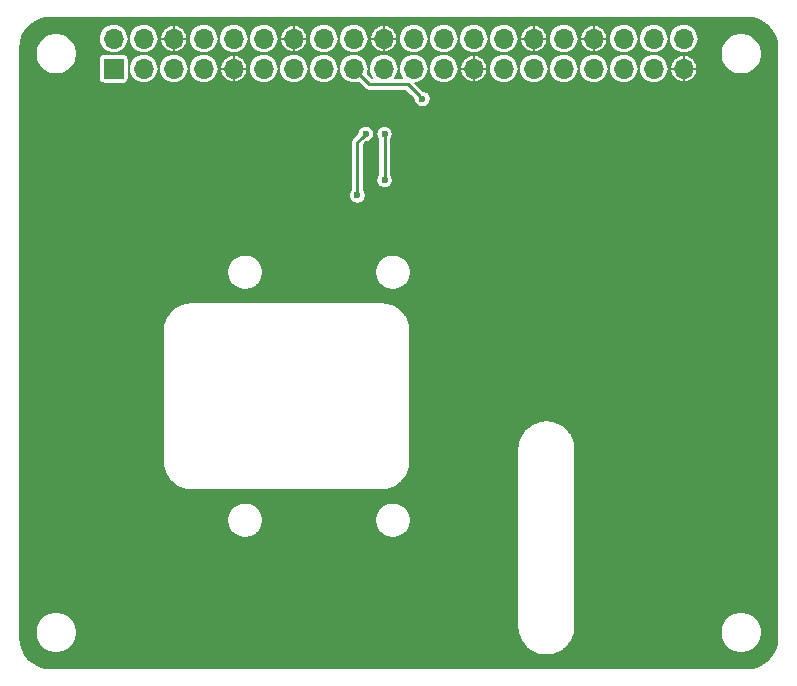
<source format=gbr>
G04 #@! TF.GenerationSoftware,KiCad,Pcbnew,(5.1.2)-1*
G04 #@! TF.CreationDate,2019-05-20T14:19:16+10:00*
G04 #@! TF.ProjectId,VeinCamHat,5665696e-4361-46d4-9861-742e6b696361,rev?*
G04 #@! TF.SameCoordinates,Original*
G04 #@! TF.FileFunction,Copper,L2,Bot*
G04 #@! TF.FilePolarity,Positive*
%FSLAX46Y46*%
G04 Gerber Fmt 4.6, Leading zero omitted, Abs format (unit mm)*
G04 Created by KiCad (PCBNEW (5.1.2)-1) date 2019-05-20 14:19:16*
%MOMM*%
%LPD*%
G04 APERTURE LIST*
%ADD10R,1.700000X1.700000*%
%ADD11O,1.700000X1.700000*%
%ADD12C,0.600000*%
%ADD13C,0.250000*%
%ADD14C,0.200000*%
G04 APERTURE END LIST*
D10*
X208370000Y-98770000D03*
D11*
X208370000Y-96230000D03*
X210910000Y-98770000D03*
X210910000Y-96230000D03*
X213450000Y-98770000D03*
X213450000Y-96230000D03*
X215990000Y-98770000D03*
X215990000Y-96230000D03*
X218530000Y-98770000D03*
X218530000Y-96230000D03*
X221070000Y-98770000D03*
X221070000Y-96230000D03*
X223610000Y-98770000D03*
X223610000Y-96230000D03*
X226150000Y-98770000D03*
X226150000Y-96230000D03*
X228690000Y-98770000D03*
X228690000Y-96230000D03*
X231230000Y-98770000D03*
X231230000Y-96230000D03*
X233770000Y-98770000D03*
X233770000Y-96230000D03*
X236310000Y-98770000D03*
X236310000Y-96230000D03*
X238850000Y-98770000D03*
X238850000Y-96230000D03*
X241390000Y-98770000D03*
X241390000Y-96230000D03*
X243930000Y-98770000D03*
X243930000Y-96230000D03*
X246470000Y-98770000D03*
X246470000Y-96230000D03*
X249010000Y-98770000D03*
X249010000Y-96230000D03*
X251550000Y-98770000D03*
X251550000Y-96230000D03*
X254090000Y-98770000D03*
X254090000Y-96230000D03*
X256630000Y-98770000D03*
X256630000Y-96230000D03*
D12*
X234000000Y-109800000D03*
X235600000Y-111500000D03*
X231900000Y-112000000D03*
X230000000Y-108400000D03*
X227000000Y-108600000D03*
X260000000Y-105000000D03*
X260000000Y-115000000D03*
X260000000Y-125000000D03*
X260000000Y-135000000D03*
X250000000Y-120000000D03*
X250000000Y-130000000D03*
X250000000Y-140000000D03*
X240000000Y-145000000D03*
X210000000Y-105000000D03*
X207400000Y-148100000D03*
X219400000Y-148300000D03*
X234303234Y-112691376D03*
X227000000Y-105100000D03*
X238500000Y-105700000D03*
X231300000Y-100850000D03*
X229700000Y-100850000D03*
X250550000Y-110250000D03*
X229000005Y-109500000D03*
X229700000Y-104300000D03*
X231299987Y-108200013D03*
X231300000Y-104300000D03*
X234491949Y-101325010D03*
D13*
X229000005Y-104999995D02*
X229400001Y-104599999D01*
X229400001Y-104599999D02*
X229700000Y-104300000D01*
X229000005Y-109500000D02*
X229000005Y-104999995D01*
X231299987Y-108200013D02*
X231299987Y-104300013D01*
X231299987Y-104300013D02*
X231300000Y-104300000D01*
X233266939Y-100100000D02*
X234191950Y-101025011D01*
X234191950Y-101025011D02*
X234491949Y-101325010D01*
X228690000Y-98770000D02*
X230020000Y-100100000D01*
X230020000Y-100100000D02*
X233266939Y-100100000D01*
D14*
G36*
X262494876Y-94500681D02*
G01*
X262970906Y-94644403D01*
X263409957Y-94877850D01*
X263795296Y-95192125D01*
X264112258Y-95575266D01*
X264348761Y-96012670D01*
X264495803Y-96487684D01*
X264550001Y-97003344D01*
X264550000Y-146977995D01*
X264499319Y-147494876D01*
X264355596Y-147970910D01*
X264122152Y-148409954D01*
X263807875Y-148795296D01*
X263424735Y-149112257D01*
X262987329Y-149348761D01*
X262512316Y-149495803D01*
X261996664Y-149550000D01*
X203022005Y-149550000D01*
X202505124Y-149499319D01*
X202029090Y-149355596D01*
X201590046Y-149122152D01*
X201204704Y-148807875D01*
X200887743Y-148424735D01*
X200651239Y-147987329D01*
X200504197Y-147512316D01*
X200450000Y-146996664D01*
X200450000Y-146327640D01*
X201750000Y-146327640D01*
X201750000Y-146672360D01*
X201817251Y-147010456D01*
X201949170Y-147328936D01*
X202140686Y-147615560D01*
X202384440Y-147859314D01*
X202671064Y-148050830D01*
X202989544Y-148182749D01*
X203327640Y-148250000D01*
X203672360Y-148250000D01*
X204010456Y-148182749D01*
X204328936Y-148050830D01*
X204615560Y-147859314D01*
X204859314Y-147615560D01*
X205050830Y-147328936D01*
X205182749Y-147010456D01*
X205250000Y-146672360D01*
X205250000Y-146327640D01*
X205189226Y-146022104D01*
X242550000Y-146022104D01*
X242550154Y-146023671D01*
X242550206Y-146031067D01*
X242552343Y-146051399D01*
X242552343Y-146071836D01*
X242552999Y-146078085D01*
X242596510Y-146465985D01*
X242604990Y-146505882D01*
X242612911Y-146545887D01*
X242614769Y-146551889D01*
X242732793Y-146923950D01*
X242748879Y-146961482D01*
X242764403Y-146999146D01*
X242767391Y-147004674D01*
X242955435Y-147346724D01*
X242978505Y-147380416D01*
X243001048Y-147414347D01*
X243005049Y-147419183D01*
X243005053Y-147419189D01*
X243005058Y-147419194D01*
X243255953Y-147718199D01*
X243285087Y-147746729D01*
X243313832Y-147775676D01*
X243318701Y-147779647D01*
X243622902Y-148024231D01*
X243657060Y-148046583D01*
X243690843Y-148069371D01*
X243696386Y-148072318D01*
X243696390Y-148072321D01*
X243696394Y-148072323D01*
X244042303Y-148253159D01*
X244080132Y-148268443D01*
X244117718Y-148284243D01*
X244123733Y-148286059D01*
X244498183Y-148396266D01*
X244538267Y-148403913D01*
X244578200Y-148412110D01*
X244584449Y-148412723D01*
X244584453Y-148412723D01*
X244973179Y-148448099D01*
X245013997Y-148447814D01*
X245054748Y-148448099D01*
X245061001Y-148447486D01*
X245449194Y-148406685D01*
X245489153Y-148398482D01*
X245529209Y-148390841D01*
X245535225Y-148389025D01*
X245908099Y-148273601D01*
X245945680Y-148257803D01*
X245983514Y-148242518D01*
X245989062Y-148239568D01*
X246332417Y-148053917D01*
X246366224Y-148031114D01*
X246400358Y-148008777D01*
X246405227Y-148004805D01*
X246705982Y-147755999D01*
X246734724Y-147727055D01*
X246763861Y-147698523D01*
X246767866Y-147693681D01*
X247014567Y-147391197D01*
X247037158Y-147357194D01*
X247060180Y-147323573D01*
X247063168Y-147318046D01*
X247246418Y-146973404D01*
X247261959Y-146935698D01*
X247278028Y-146898207D01*
X247279886Y-146892205D01*
X247392704Y-146518534D01*
X247400637Y-146478468D01*
X247409105Y-146438630D01*
X247409762Y-146432382D01*
X247420032Y-146327640D01*
X259750000Y-146327640D01*
X259750000Y-146672360D01*
X259817251Y-147010456D01*
X259949170Y-147328936D01*
X260140686Y-147615560D01*
X260384440Y-147859314D01*
X260671064Y-148050830D01*
X260989544Y-148182749D01*
X261327640Y-148250000D01*
X261672360Y-148250000D01*
X262010456Y-148182749D01*
X262328936Y-148050830D01*
X262615560Y-147859314D01*
X262859314Y-147615560D01*
X263050830Y-147328936D01*
X263182749Y-147010456D01*
X263250000Y-146672360D01*
X263250000Y-146327640D01*
X263182749Y-145989544D01*
X263050830Y-145671064D01*
X262859314Y-145384440D01*
X262615560Y-145140686D01*
X262328936Y-144949170D01*
X262010456Y-144817251D01*
X261672360Y-144750000D01*
X261327640Y-144750000D01*
X260989544Y-144817251D01*
X260671064Y-144949170D01*
X260384440Y-145140686D01*
X260140686Y-145384440D01*
X259949170Y-145671064D01*
X259817251Y-145989544D01*
X259750000Y-146327640D01*
X247420032Y-146327640D01*
X247447852Y-146043913D01*
X247450000Y-146022105D01*
X247450000Y-130977895D01*
X247449846Y-130976328D01*
X247449794Y-130968934D01*
X247447657Y-130948602D01*
X247447657Y-130928164D01*
X247447001Y-130921915D01*
X247403491Y-130534016D01*
X247395004Y-130494089D01*
X247387089Y-130454114D01*
X247385231Y-130448111D01*
X247267207Y-130076050D01*
X247251116Y-130038506D01*
X247235597Y-130000854D01*
X247232609Y-129995327D01*
X247044565Y-129653276D01*
X247021506Y-129619599D01*
X246998952Y-129585653D01*
X246994947Y-129580811D01*
X246744047Y-129281801D01*
X246714913Y-129253271D01*
X246686168Y-129224324D01*
X246681299Y-129220353D01*
X246377098Y-128975769D01*
X246342964Y-128953432D01*
X246309157Y-128930629D01*
X246303609Y-128927679D01*
X245957696Y-128746840D01*
X245919848Y-128731549D01*
X245882282Y-128715757D01*
X245876267Y-128713941D01*
X245501817Y-128603734D01*
X245461725Y-128596086D01*
X245421799Y-128587890D01*
X245415552Y-128587278D01*
X245415549Y-128587277D01*
X245415546Y-128587277D01*
X245026821Y-128551901D01*
X244986003Y-128552186D01*
X244945252Y-128551901D01*
X244938999Y-128552514D01*
X244550806Y-128593315D01*
X244510822Y-128601523D01*
X244470790Y-128609159D01*
X244464775Y-128610975D01*
X244091900Y-128726399D01*
X244054306Y-128742202D01*
X244016486Y-128757482D01*
X244010939Y-128760432D01*
X243667583Y-128946083D01*
X243633727Y-128968919D01*
X243599642Y-128991224D01*
X243594772Y-128995195D01*
X243294018Y-129244002D01*
X243265276Y-129272946D01*
X243236139Y-129301478D01*
X243232134Y-129306319D01*
X242985433Y-129608804D01*
X242962857Y-129642783D01*
X242939820Y-129676428D01*
X242936835Y-129681950D01*
X242936832Y-129681954D01*
X242936832Y-129681955D01*
X242753582Y-130026596D01*
X242738029Y-130064331D01*
X242721972Y-130101793D01*
X242720114Y-130107795D01*
X242607296Y-130481467D01*
X242599366Y-130521518D01*
X242590895Y-130561370D01*
X242590238Y-130567618D01*
X242552148Y-130956087D01*
X242552148Y-130956095D01*
X242550001Y-130977895D01*
X242550000Y-146022104D01*
X205189226Y-146022104D01*
X205182749Y-145989544D01*
X205050830Y-145671064D01*
X204859314Y-145384440D01*
X204615560Y-145140686D01*
X204328936Y-144949170D01*
X204010456Y-144817251D01*
X203672360Y-144750000D01*
X203327640Y-144750000D01*
X202989544Y-144817251D01*
X202671064Y-144949170D01*
X202384440Y-145140686D01*
X202140686Y-145384440D01*
X201949170Y-145671064D01*
X201817251Y-145989544D01*
X201750000Y-146327640D01*
X200450000Y-146327640D01*
X200450000Y-136852263D01*
X218000000Y-136852263D01*
X218000000Y-137147737D01*
X218057644Y-137437534D01*
X218170717Y-137710517D01*
X218334874Y-137956194D01*
X218543806Y-138165126D01*
X218789483Y-138329283D01*
X219062466Y-138442356D01*
X219352263Y-138500000D01*
X219647737Y-138500000D01*
X219937534Y-138442356D01*
X220210517Y-138329283D01*
X220456194Y-138165126D01*
X220665126Y-137956194D01*
X220829283Y-137710517D01*
X220942356Y-137437534D01*
X221000000Y-137147737D01*
X221000000Y-136852263D01*
X230500000Y-136852263D01*
X230500000Y-137147737D01*
X230557644Y-137437534D01*
X230670717Y-137710517D01*
X230834874Y-137956194D01*
X231043806Y-138165126D01*
X231289483Y-138329283D01*
X231562466Y-138442356D01*
X231852263Y-138500000D01*
X232147737Y-138500000D01*
X232437534Y-138442356D01*
X232710517Y-138329283D01*
X232956194Y-138165126D01*
X233165126Y-137956194D01*
X233329283Y-137710517D01*
X233442356Y-137437534D01*
X233500000Y-137147737D01*
X233500000Y-136852263D01*
X233442356Y-136562466D01*
X233329283Y-136289483D01*
X233165126Y-136043806D01*
X232956194Y-135834874D01*
X232710517Y-135670717D01*
X232437534Y-135557644D01*
X232147737Y-135500000D01*
X231852263Y-135500000D01*
X231562466Y-135557644D01*
X231289483Y-135670717D01*
X231043806Y-135834874D01*
X230834874Y-136043806D01*
X230670717Y-136289483D01*
X230557644Y-136562466D01*
X230500000Y-136852263D01*
X221000000Y-136852263D01*
X220942356Y-136562466D01*
X220829283Y-136289483D01*
X220665126Y-136043806D01*
X220456194Y-135834874D01*
X220210517Y-135670717D01*
X219937534Y-135557644D01*
X219647737Y-135500000D01*
X219352263Y-135500000D01*
X219062466Y-135557644D01*
X218789483Y-135670717D01*
X218543806Y-135834874D01*
X218334874Y-136043806D01*
X218170717Y-136289483D01*
X218057644Y-136562466D01*
X218000000Y-136852263D01*
X200450000Y-136852263D01*
X200450000Y-120976669D01*
X212525000Y-120976669D01*
X212525001Y-132023332D01*
X212527091Y-132044552D01*
X212527004Y-132057014D01*
X212527651Y-132063614D01*
X212568452Y-132451807D01*
X212577110Y-132493986D01*
X212585176Y-132536268D01*
X212587093Y-132542617D01*
X212702517Y-132915492D01*
X212719205Y-132955193D01*
X212735327Y-132995096D01*
X212738436Y-133000943D01*
X212738440Y-133000952D01*
X212738445Y-133000959D01*
X212924092Y-133344307D01*
X212948161Y-133379990D01*
X212971740Y-133416024D01*
X212975932Y-133421163D01*
X213224739Y-133721918D01*
X213255284Y-133752250D01*
X213285408Y-133783012D01*
X213290512Y-133787234D01*
X213290518Y-133787240D01*
X213290525Y-133787244D01*
X213593003Y-134033940D01*
X213628821Y-134057738D01*
X213664383Y-134082088D01*
X213670217Y-134085242D01*
X214014859Y-134268492D01*
X214054660Y-134284897D01*
X214094234Y-134301858D01*
X214100569Y-134303819D01*
X214474241Y-134416637D01*
X214516486Y-134425002D01*
X214558583Y-134433950D01*
X214565179Y-134434643D01*
X214953648Y-134472733D01*
X214953650Y-134472733D01*
X214976668Y-134475000D01*
X231023332Y-134475000D01*
X231044562Y-134472909D01*
X231057014Y-134472996D01*
X231063614Y-134472349D01*
X231451807Y-134431548D01*
X231493986Y-134422890D01*
X231536268Y-134414824D01*
X231542617Y-134412907D01*
X231915492Y-134297483D01*
X231955193Y-134280795D01*
X231995096Y-134264673D01*
X232000943Y-134261564D01*
X232000952Y-134261560D01*
X232000959Y-134261555D01*
X232344307Y-134075908D01*
X232379990Y-134051839D01*
X232416024Y-134028260D01*
X232421163Y-134024068D01*
X232721918Y-133775261D01*
X232752250Y-133744716D01*
X232783012Y-133714592D01*
X232787234Y-133709488D01*
X232787240Y-133709482D01*
X232787244Y-133709475D01*
X233033940Y-133406997D01*
X233057738Y-133371179D01*
X233082088Y-133335617D01*
X233085242Y-133329783D01*
X233268492Y-132985141D01*
X233284897Y-132945340D01*
X233301858Y-132905766D01*
X233303819Y-132899431D01*
X233416637Y-132525759D01*
X233425002Y-132483514D01*
X233433950Y-132441417D01*
X233434643Y-132434821D01*
X233472733Y-132046352D01*
X233472733Y-132046350D01*
X233475000Y-132023332D01*
X233475000Y-120976668D01*
X233472909Y-120955438D01*
X233472996Y-120942986D01*
X233472349Y-120936385D01*
X233431548Y-120548193D01*
X233422891Y-120506020D01*
X233414824Y-120463732D01*
X233412907Y-120457383D01*
X233297483Y-120084508D01*
X233280795Y-120044807D01*
X233264673Y-120004904D01*
X233261564Y-119999057D01*
X233261560Y-119999048D01*
X233261555Y-119999041D01*
X233075908Y-119655693D01*
X233051839Y-119620010D01*
X233028260Y-119583976D01*
X233024068Y-119578837D01*
X232775261Y-119278082D01*
X232744700Y-119247733D01*
X232714592Y-119216988D01*
X232709482Y-119212760D01*
X232406997Y-118966060D01*
X232371145Y-118942240D01*
X232335616Y-118917912D01*
X232329787Y-118914761D01*
X232329783Y-118914758D01*
X232329779Y-118914756D01*
X231985141Y-118731508D01*
X231945311Y-118715091D01*
X231905766Y-118698142D01*
X231899438Y-118696183D01*
X231899432Y-118696181D01*
X231899426Y-118696180D01*
X231525759Y-118583363D01*
X231483514Y-118574998D01*
X231441417Y-118566050D01*
X231434821Y-118565357D01*
X231046352Y-118527267D01*
X231046350Y-118527267D01*
X231023332Y-118525000D01*
X214976668Y-118525000D01*
X214955438Y-118527091D01*
X214942986Y-118527004D01*
X214936385Y-118527651D01*
X214548193Y-118568452D01*
X214506020Y-118577109D01*
X214463732Y-118585176D01*
X214457383Y-118587093D01*
X214084508Y-118702517D01*
X214044807Y-118719205D01*
X214004904Y-118735327D01*
X213999057Y-118738436D01*
X213999048Y-118738440D01*
X213999041Y-118738445D01*
X213655693Y-118924092D01*
X213620010Y-118948161D01*
X213583976Y-118971740D01*
X213578837Y-118975932D01*
X213278082Y-119224739D01*
X213247733Y-119255300D01*
X213216988Y-119285408D01*
X213212760Y-119290518D01*
X212966060Y-119593003D01*
X212942240Y-119628855D01*
X212917912Y-119664384D01*
X212914761Y-119670213D01*
X212914758Y-119670217D01*
X212914758Y-119670218D01*
X212731508Y-120014859D01*
X212715091Y-120054689D01*
X212698142Y-120094234D01*
X212696183Y-120100562D01*
X212696181Y-120100568D01*
X212696181Y-120100570D01*
X212583363Y-120474241D01*
X212574998Y-120516486D01*
X212566050Y-120558583D01*
X212565357Y-120565179D01*
X212527267Y-120953648D01*
X212525000Y-120976669D01*
X200450000Y-120976669D01*
X200450000Y-115852263D01*
X218000000Y-115852263D01*
X218000000Y-116147737D01*
X218057644Y-116437534D01*
X218170717Y-116710517D01*
X218334874Y-116956194D01*
X218543806Y-117165126D01*
X218789483Y-117329283D01*
X219062466Y-117442356D01*
X219352263Y-117500000D01*
X219647737Y-117500000D01*
X219937534Y-117442356D01*
X220210517Y-117329283D01*
X220456194Y-117165126D01*
X220665126Y-116956194D01*
X220829283Y-116710517D01*
X220942356Y-116437534D01*
X221000000Y-116147737D01*
X221000000Y-115852263D01*
X230500000Y-115852263D01*
X230500000Y-116147737D01*
X230557644Y-116437534D01*
X230670717Y-116710517D01*
X230834874Y-116956194D01*
X231043806Y-117165126D01*
X231289483Y-117329283D01*
X231562466Y-117442356D01*
X231852263Y-117500000D01*
X232147737Y-117500000D01*
X232437534Y-117442356D01*
X232710517Y-117329283D01*
X232956194Y-117165126D01*
X233165126Y-116956194D01*
X233329283Y-116710517D01*
X233442356Y-116437534D01*
X233500000Y-116147737D01*
X233500000Y-115852263D01*
X233442356Y-115562466D01*
X233329283Y-115289483D01*
X233165126Y-115043806D01*
X232956194Y-114834874D01*
X232710517Y-114670717D01*
X232437534Y-114557644D01*
X232147737Y-114500000D01*
X231852263Y-114500000D01*
X231562466Y-114557644D01*
X231289483Y-114670717D01*
X231043806Y-114834874D01*
X230834874Y-115043806D01*
X230670717Y-115289483D01*
X230557644Y-115562466D01*
X230500000Y-115852263D01*
X221000000Y-115852263D01*
X220942356Y-115562466D01*
X220829283Y-115289483D01*
X220665126Y-115043806D01*
X220456194Y-114834874D01*
X220210517Y-114670717D01*
X219937534Y-114557644D01*
X219647737Y-114500000D01*
X219352263Y-114500000D01*
X219062466Y-114557644D01*
X218789483Y-114670717D01*
X218543806Y-114834874D01*
X218334874Y-115043806D01*
X218170717Y-115289483D01*
X218057644Y-115562466D01*
X218000000Y-115852263D01*
X200450000Y-115852263D01*
X200450000Y-109431056D01*
X228300005Y-109431056D01*
X228300005Y-109568944D01*
X228326906Y-109704182D01*
X228379673Y-109831574D01*
X228456279Y-109946224D01*
X228553781Y-110043726D01*
X228668431Y-110120332D01*
X228795823Y-110173099D01*
X228931061Y-110200000D01*
X229068949Y-110200000D01*
X229204187Y-110173099D01*
X229331579Y-110120332D01*
X229446229Y-110043726D01*
X229543731Y-109946224D01*
X229620337Y-109831574D01*
X229673104Y-109704182D01*
X229700005Y-109568944D01*
X229700005Y-109431056D01*
X229673104Y-109295818D01*
X229620337Y-109168426D01*
X229543731Y-109053776D01*
X229525005Y-109035050D01*
X229525005Y-108131069D01*
X230599987Y-108131069D01*
X230599987Y-108268957D01*
X230626888Y-108404195D01*
X230679655Y-108531587D01*
X230756261Y-108646237D01*
X230853763Y-108743739D01*
X230968413Y-108820345D01*
X231095805Y-108873112D01*
X231231043Y-108900013D01*
X231368931Y-108900013D01*
X231504169Y-108873112D01*
X231631561Y-108820345D01*
X231746211Y-108743739D01*
X231843713Y-108646237D01*
X231920319Y-108531587D01*
X231973086Y-108404195D01*
X231999987Y-108268957D01*
X231999987Y-108131069D01*
X231973086Y-107995831D01*
X231920319Y-107868439D01*
X231843713Y-107753789D01*
X231824987Y-107735063D01*
X231824987Y-104764963D01*
X231843726Y-104746224D01*
X231920332Y-104631574D01*
X231973099Y-104504182D01*
X232000000Y-104368944D01*
X232000000Y-104231056D01*
X231973099Y-104095818D01*
X231920332Y-103968426D01*
X231843726Y-103853776D01*
X231746224Y-103756274D01*
X231631574Y-103679668D01*
X231504182Y-103626901D01*
X231368944Y-103600000D01*
X231231056Y-103600000D01*
X231095818Y-103626901D01*
X230968426Y-103679668D01*
X230853776Y-103756274D01*
X230756274Y-103853776D01*
X230679668Y-103968426D01*
X230626901Y-104095818D01*
X230600000Y-104231056D01*
X230600000Y-104368944D01*
X230626901Y-104504182D01*
X230679668Y-104631574D01*
X230756274Y-104746224D01*
X230774988Y-104764938D01*
X230774987Y-107735063D01*
X230756261Y-107753789D01*
X230679655Y-107868439D01*
X230626888Y-107995831D01*
X230599987Y-108131069D01*
X229525005Y-108131069D01*
X229525005Y-105217457D01*
X229742463Y-105000000D01*
X229768944Y-105000000D01*
X229904182Y-104973099D01*
X230031574Y-104920332D01*
X230146224Y-104843726D01*
X230243726Y-104746224D01*
X230320332Y-104631574D01*
X230373099Y-104504182D01*
X230400000Y-104368944D01*
X230400000Y-104231056D01*
X230373099Y-104095818D01*
X230320332Y-103968426D01*
X230243726Y-103853776D01*
X230146224Y-103756274D01*
X230031574Y-103679668D01*
X229904182Y-103626901D01*
X229768944Y-103600000D01*
X229631056Y-103600000D01*
X229495818Y-103626901D01*
X229368426Y-103679668D01*
X229253776Y-103756274D01*
X229156274Y-103853776D01*
X229079668Y-103968426D01*
X229026901Y-104095818D01*
X229000000Y-104231056D01*
X229000000Y-104257537D01*
X228647009Y-104610530D01*
X228626979Y-104626968D01*
X228610540Y-104646999D01*
X228561372Y-104706910D01*
X228512622Y-104798115D01*
X228482602Y-104897078D01*
X228472466Y-104999995D01*
X228475006Y-105025785D01*
X228475005Y-109035050D01*
X228456279Y-109053776D01*
X228379673Y-109168426D01*
X228326906Y-109295818D01*
X228300005Y-109431056D01*
X200450000Y-109431056D01*
X200450000Y-97327640D01*
X201750000Y-97327640D01*
X201750000Y-97672360D01*
X201817251Y-98010456D01*
X201949170Y-98328936D01*
X202140686Y-98615560D01*
X202384440Y-98859314D01*
X202671064Y-99050830D01*
X202989544Y-99182749D01*
X203327640Y-99250000D01*
X203672360Y-99250000D01*
X204010456Y-99182749D01*
X204328936Y-99050830D01*
X204615560Y-98859314D01*
X204859314Y-98615560D01*
X205050830Y-98328936D01*
X205182749Y-98010456D01*
X205200741Y-97920000D01*
X207118065Y-97920000D01*
X207118065Y-99620000D01*
X207125788Y-99698414D01*
X207148660Y-99773814D01*
X207185803Y-99843303D01*
X207235789Y-99904211D01*
X207296697Y-99954197D01*
X207366186Y-99991340D01*
X207441586Y-100014212D01*
X207520000Y-100021935D01*
X209220000Y-100021935D01*
X209298414Y-100014212D01*
X209373814Y-99991340D01*
X209443303Y-99954197D01*
X209504211Y-99904211D01*
X209554197Y-99843303D01*
X209591340Y-99773814D01*
X209614212Y-99698414D01*
X209621935Y-99620000D01*
X209621935Y-98770000D01*
X209653952Y-98770000D01*
X209678087Y-99015043D01*
X209749563Y-99250669D01*
X209865634Y-99467823D01*
X210021840Y-99658160D01*
X210212177Y-99814366D01*
X210429331Y-99930437D01*
X210664957Y-100001913D01*
X210848595Y-100020000D01*
X210971405Y-100020000D01*
X211155043Y-100001913D01*
X211390669Y-99930437D01*
X211607823Y-99814366D01*
X211798160Y-99658160D01*
X211954366Y-99467823D01*
X212070437Y-99250669D01*
X212141913Y-99015043D01*
X212166048Y-98770000D01*
X212193952Y-98770000D01*
X212218087Y-99015043D01*
X212289563Y-99250669D01*
X212405634Y-99467823D01*
X212561840Y-99658160D01*
X212752177Y-99814366D01*
X212969331Y-99930437D01*
X213204957Y-100001913D01*
X213388595Y-100020000D01*
X213511405Y-100020000D01*
X213695043Y-100001913D01*
X213930669Y-99930437D01*
X214147823Y-99814366D01*
X214338160Y-99658160D01*
X214494366Y-99467823D01*
X214610437Y-99250669D01*
X214681913Y-99015043D01*
X214706048Y-98770000D01*
X214733952Y-98770000D01*
X214758087Y-99015043D01*
X214829563Y-99250669D01*
X214945634Y-99467823D01*
X215101840Y-99658160D01*
X215292177Y-99814366D01*
X215509331Y-99930437D01*
X215744957Y-100001913D01*
X215928595Y-100020000D01*
X216051405Y-100020000D01*
X216235043Y-100001913D01*
X216470669Y-99930437D01*
X216687823Y-99814366D01*
X216878160Y-99658160D01*
X217034366Y-99467823D01*
X217150437Y-99250669D01*
X217221913Y-99015043D01*
X217227688Y-98956401D01*
X217385075Y-98956401D01*
X217443439Y-99176183D01*
X217543559Y-99380356D01*
X217681588Y-99561073D01*
X217852221Y-99711390D01*
X218048900Y-99825530D01*
X218264068Y-99899106D01*
X218343599Y-99914925D01*
X218525000Y-99852488D01*
X218525000Y-98775000D01*
X218535000Y-98775000D01*
X218535000Y-99852488D01*
X218716401Y-99914925D01*
X218795932Y-99899106D01*
X219011100Y-99825530D01*
X219207779Y-99711390D01*
X219378412Y-99561073D01*
X219516441Y-99380356D01*
X219616561Y-99176183D01*
X219674925Y-98956401D01*
X219612489Y-98775000D01*
X218535000Y-98775000D01*
X218525000Y-98775000D01*
X217447511Y-98775000D01*
X217385075Y-98956401D01*
X217227688Y-98956401D01*
X217246048Y-98770000D01*
X219813952Y-98770000D01*
X219838087Y-99015043D01*
X219909563Y-99250669D01*
X220025634Y-99467823D01*
X220181840Y-99658160D01*
X220372177Y-99814366D01*
X220589331Y-99930437D01*
X220824957Y-100001913D01*
X221008595Y-100020000D01*
X221131405Y-100020000D01*
X221315043Y-100001913D01*
X221550669Y-99930437D01*
X221767823Y-99814366D01*
X221958160Y-99658160D01*
X222114366Y-99467823D01*
X222230437Y-99250669D01*
X222301913Y-99015043D01*
X222326048Y-98770000D01*
X222353952Y-98770000D01*
X222378087Y-99015043D01*
X222449563Y-99250669D01*
X222565634Y-99467823D01*
X222721840Y-99658160D01*
X222912177Y-99814366D01*
X223129331Y-99930437D01*
X223364957Y-100001913D01*
X223548595Y-100020000D01*
X223671405Y-100020000D01*
X223855043Y-100001913D01*
X224090669Y-99930437D01*
X224307823Y-99814366D01*
X224498160Y-99658160D01*
X224654366Y-99467823D01*
X224770437Y-99250669D01*
X224841913Y-99015043D01*
X224866048Y-98770000D01*
X224893952Y-98770000D01*
X224918087Y-99015043D01*
X224989563Y-99250669D01*
X225105634Y-99467823D01*
X225261840Y-99658160D01*
X225452177Y-99814366D01*
X225669331Y-99930437D01*
X225904957Y-100001913D01*
X226088595Y-100020000D01*
X226211405Y-100020000D01*
X226395043Y-100001913D01*
X226630669Y-99930437D01*
X226847823Y-99814366D01*
X227038160Y-99658160D01*
X227194366Y-99467823D01*
X227310437Y-99250669D01*
X227381913Y-99015043D01*
X227406048Y-98770000D01*
X227433952Y-98770000D01*
X227458087Y-99015043D01*
X227529563Y-99250669D01*
X227645634Y-99467823D01*
X227801840Y-99658160D01*
X227992177Y-99814366D01*
X228209331Y-99930437D01*
X228444957Y-100001913D01*
X228628595Y-100020000D01*
X228751405Y-100020000D01*
X228935043Y-100001913D01*
X229122567Y-99945029D01*
X229630534Y-100452996D01*
X229646973Y-100473027D01*
X229726914Y-100538633D01*
X229818119Y-100587383D01*
X229917082Y-100617403D01*
X229994212Y-100625000D01*
X229994219Y-100625000D01*
X230019999Y-100627539D01*
X230045779Y-100625000D01*
X233049478Y-100625000D01*
X233791949Y-101367472D01*
X233791949Y-101393954D01*
X233818850Y-101529192D01*
X233871617Y-101656584D01*
X233948223Y-101771234D01*
X234045725Y-101868736D01*
X234160375Y-101945342D01*
X234287767Y-101998109D01*
X234423005Y-102025010D01*
X234560893Y-102025010D01*
X234696131Y-101998109D01*
X234823523Y-101945342D01*
X234938173Y-101868736D01*
X235035675Y-101771234D01*
X235112281Y-101656584D01*
X235165048Y-101529192D01*
X235191949Y-101393954D01*
X235191949Y-101256066D01*
X235165048Y-101120828D01*
X235112281Y-100993436D01*
X235035675Y-100878786D01*
X234938173Y-100781284D01*
X234823523Y-100704678D01*
X234696131Y-100651911D01*
X234560893Y-100625010D01*
X234534411Y-100625010D01*
X233920614Y-100011214D01*
X234015043Y-100001913D01*
X234250669Y-99930437D01*
X234467823Y-99814366D01*
X234658160Y-99658160D01*
X234814366Y-99467823D01*
X234930437Y-99250669D01*
X235001913Y-99015043D01*
X235026048Y-98770000D01*
X235053952Y-98770000D01*
X235078087Y-99015043D01*
X235149563Y-99250669D01*
X235265634Y-99467823D01*
X235421840Y-99658160D01*
X235612177Y-99814366D01*
X235829331Y-99930437D01*
X236064957Y-100001913D01*
X236248595Y-100020000D01*
X236371405Y-100020000D01*
X236555043Y-100001913D01*
X236790669Y-99930437D01*
X237007823Y-99814366D01*
X237198160Y-99658160D01*
X237354366Y-99467823D01*
X237470437Y-99250669D01*
X237541913Y-99015043D01*
X237547688Y-98956401D01*
X237705075Y-98956401D01*
X237763439Y-99176183D01*
X237863559Y-99380356D01*
X238001588Y-99561073D01*
X238172221Y-99711390D01*
X238368900Y-99825530D01*
X238584068Y-99899106D01*
X238663599Y-99914925D01*
X238845000Y-99852488D01*
X238845000Y-98775000D01*
X238855000Y-98775000D01*
X238855000Y-99852488D01*
X239036401Y-99914925D01*
X239115932Y-99899106D01*
X239331100Y-99825530D01*
X239527779Y-99711390D01*
X239698412Y-99561073D01*
X239836441Y-99380356D01*
X239936561Y-99176183D01*
X239994925Y-98956401D01*
X239932489Y-98775000D01*
X238855000Y-98775000D01*
X238845000Y-98775000D01*
X237767511Y-98775000D01*
X237705075Y-98956401D01*
X237547688Y-98956401D01*
X237566048Y-98770000D01*
X240133952Y-98770000D01*
X240158087Y-99015043D01*
X240229563Y-99250669D01*
X240345634Y-99467823D01*
X240501840Y-99658160D01*
X240692177Y-99814366D01*
X240909331Y-99930437D01*
X241144957Y-100001913D01*
X241328595Y-100020000D01*
X241451405Y-100020000D01*
X241635043Y-100001913D01*
X241870669Y-99930437D01*
X242087823Y-99814366D01*
X242278160Y-99658160D01*
X242434366Y-99467823D01*
X242550437Y-99250669D01*
X242621913Y-99015043D01*
X242646048Y-98770000D01*
X242673952Y-98770000D01*
X242698087Y-99015043D01*
X242769563Y-99250669D01*
X242885634Y-99467823D01*
X243041840Y-99658160D01*
X243232177Y-99814366D01*
X243449331Y-99930437D01*
X243684957Y-100001913D01*
X243868595Y-100020000D01*
X243991405Y-100020000D01*
X244175043Y-100001913D01*
X244410669Y-99930437D01*
X244627823Y-99814366D01*
X244818160Y-99658160D01*
X244974366Y-99467823D01*
X245090437Y-99250669D01*
X245161913Y-99015043D01*
X245186048Y-98770000D01*
X245213952Y-98770000D01*
X245238087Y-99015043D01*
X245309563Y-99250669D01*
X245425634Y-99467823D01*
X245581840Y-99658160D01*
X245772177Y-99814366D01*
X245989331Y-99930437D01*
X246224957Y-100001913D01*
X246408595Y-100020000D01*
X246531405Y-100020000D01*
X246715043Y-100001913D01*
X246950669Y-99930437D01*
X247167823Y-99814366D01*
X247358160Y-99658160D01*
X247514366Y-99467823D01*
X247630437Y-99250669D01*
X247701913Y-99015043D01*
X247726048Y-98770000D01*
X247753952Y-98770000D01*
X247778087Y-99015043D01*
X247849563Y-99250669D01*
X247965634Y-99467823D01*
X248121840Y-99658160D01*
X248312177Y-99814366D01*
X248529331Y-99930437D01*
X248764957Y-100001913D01*
X248948595Y-100020000D01*
X249071405Y-100020000D01*
X249255043Y-100001913D01*
X249490669Y-99930437D01*
X249707823Y-99814366D01*
X249898160Y-99658160D01*
X250054366Y-99467823D01*
X250170437Y-99250669D01*
X250241913Y-99015043D01*
X250266048Y-98770000D01*
X250293952Y-98770000D01*
X250318087Y-99015043D01*
X250389563Y-99250669D01*
X250505634Y-99467823D01*
X250661840Y-99658160D01*
X250852177Y-99814366D01*
X251069331Y-99930437D01*
X251304957Y-100001913D01*
X251488595Y-100020000D01*
X251611405Y-100020000D01*
X251795043Y-100001913D01*
X252030669Y-99930437D01*
X252247823Y-99814366D01*
X252438160Y-99658160D01*
X252594366Y-99467823D01*
X252710437Y-99250669D01*
X252781913Y-99015043D01*
X252806048Y-98770000D01*
X252833952Y-98770000D01*
X252858087Y-99015043D01*
X252929563Y-99250669D01*
X253045634Y-99467823D01*
X253201840Y-99658160D01*
X253392177Y-99814366D01*
X253609331Y-99930437D01*
X253844957Y-100001913D01*
X254028595Y-100020000D01*
X254151405Y-100020000D01*
X254335043Y-100001913D01*
X254570669Y-99930437D01*
X254787823Y-99814366D01*
X254978160Y-99658160D01*
X255134366Y-99467823D01*
X255250437Y-99250669D01*
X255321913Y-99015043D01*
X255327688Y-98956401D01*
X255485075Y-98956401D01*
X255543439Y-99176183D01*
X255643559Y-99380356D01*
X255781588Y-99561073D01*
X255952221Y-99711390D01*
X256148900Y-99825530D01*
X256364068Y-99899106D01*
X256443599Y-99914925D01*
X256625000Y-99852488D01*
X256625000Y-98775000D01*
X256635000Y-98775000D01*
X256635000Y-99852488D01*
X256816401Y-99914925D01*
X256895932Y-99899106D01*
X257111100Y-99825530D01*
X257307779Y-99711390D01*
X257478412Y-99561073D01*
X257616441Y-99380356D01*
X257716561Y-99176183D01*
X257774925Y-98956401D01*
X257712489Y-98775000D01*
X256635000Y-98775000D01*
X256625000Y-98775000D01*
X255547511Y-98775000D01*
X255485075Y-98956401D01*
X255327688Y-98956401D01*
X255346048Y-98770000D01*
X255327689Y-98583599D01*
X255485075Y-98583599D01*
X255547511Y-98765000D01*
X256625000Y-98765000D01*
X256625000Y-97687512D01*
X256635000Y-97687512D01*
X256635000Y-98765000D01*
X257712489Y-98765000D01*
X257774925Y-98583599D01*
X257716561Y-98363817D01*
X257616441Y-98159644D01*
X257478412Y-97978927D01*
X257307779Y-97828610D01*
X257111100Y-97714470D01*
X256895932Y-97640894D01*
X256816401Y-97625075D01*
X256635000Y-97687512D01*
X256625000Y-97687512D01*
X256443599Y-97625075D01*
X256364068Y-97640894D01*
X256148900Y-97714470D01*
X255952221Y-97828610D01*
X255781588Y-97978927D01*
X255643559Y-98159644D01*
X255543439Y-98363817D01*
X255485075Y-98583599D01*
X255327689Y-98583599D01*
X255321913Y-98524957D01*
X255250437Y-98289331D01*
X255134366Y-98072177D01*
X254978160Y-97881840D01*
X254787823Y-97725634D01*
X254570669Y-97609563D01*
X254335043Y-97538087D01*
X254151405Y-97520000D01*
X254028595Y-97520000D01*
X253844957Y-97538087D01*
X253609331Y-97609563D01*
X253392177Y-97725634D01*
X253201840Y-97881840D01*
X253045634Y-98072177D01*
X252929563Y-98289331D01*
X252858087Y-98524957D01*
X252833952Y-98770000D01*
X252806048Y-98770000D01*
X252781913Y-98524957D01*
X252710437Y-98289331D01*
X252594366Y-98072177D01*
X252438160Y-97881840D01*
X252247823Y-97725634D01*
X252030669Y-97609563D01*
X251795043Y-97538087D01*
X251611405Y-97520000D01*
X251488595Y-97520000D01*
X251304957Y-97538087D01*
X251069331Y-97609563D01*
X250852177Y-97725634D01*
X250661840Y-97881840D01*
X250505634Y-98072177D01*
X250389563Y-98289331D01*
X250318087Y-98524957D01*
X250293952Y-98770000D01*
X250266048Y-98770000D01*
X250241913Y-98524957D01*
X250170437Y-98289331D01*
X250054366Y-98072177D01*
X249898160Y-97881840D01*
X249707823Y-97725634D01*
X249490669Y-97609563D01*
X249255043Y-97538087D01*
X249071405Y-97520000D01*
X248948595Y-97520000D01*
X248764957Y-97538087D01*
X248529331Y-97609563D01*
X248312177Y-97725634D01*
X248121840Y-97881840D01*
X247965634Y-98072177D01*
X247849563Y-98289331D01*
X247778087Y-98524957D01*
X247753952Y-98770000D01*
X247726048Y-98770000D01*
X247701913Y-98524957D01*
X247630437Y-98289331D01*
X247514366Y-98072177D01*
X247358160Y-97881840D01*
X247167823Y-97725634D01*
X246950669Y-97609563D01*
X246715043Y-97538087D01*
X246531405Y-97520000D01*
X246408595Y-97520000D01*
X246224957Y-97538087D01*
X245989331Y-97609563D01*
X245772177Y-97725634D01*
X245581840Y-97881840D01*
X245425634Y-98072177D01*
X245309563Y-98289331D01*
X245238087Y-98524957D01*
X245213952Y-98770000D01*
X245186048Y-98770000D01*
X245161913Y-98524957D01*
X245090437Y-98289331D01*
X244974366Y-98072177D01*
X244818160Y-97881840D01*
X244627823Y-97725634D01*
X244410669Y-97609563D01*
X244175043Y-97538087D01*
X243991405Y-97520000D01*
X243868595Y-97520000D01*
X243684957Y-97538087D01*
X243449331Y-97609563D01*
X243232177Y-97725634D01*
X243041840Y-97881840D01*
X242885634Y-98072177D01*
X242769563Y-98289331D01*
X242698087Y-98524957D01*
X242673952Y-98770000D01*
X242646048Y-98770000D01*
X242621913Y-98524957D01*
X242550437Y-98289331D01*
X242434366Y-98072177D01*
X242278160Y-97881840D01*
X242087823Y-97725634D01*
X241870669Y-97609563D01*
X241635043Y-97538087D01*
X241451405Y-97520000D01*
X241328595Y-97520000D01*
X241144957Y-97538087D01*
X240909331Y-97609563D01*
X240692177Y-97725634D01*
X240501840Y-97881840D01*
X240345634Y-98072177D01*
X240229563Y-98289331D01*
X240158087Y-98524957D01*
X240133952Y-98770000D01*
X237566048Y-98770000D01*
X237547689Y-98583599D01*
X237705075Y-98583599D01*
X237767511Y-98765000D01*
X238845000Y-98765000D01*
X238845000Y-97687512D01*
X238855000Y-97687512D01*
X238855000Y-98765000D01*
X239932489Y-98765000D01*
X239994925Y-98583599D01*
X239936561Y-98363817D01*
X239836441Y-98159644D01*
X239698412Y-97978927D01*
X239527779Y-97828610D01*
X239331100Y-97714470D01*
X239115932Y-97640894D01*
X239036401Y-97625075D01*
X238855000Y-97687512D01*
X238845000Y-97687512D01*
X238663599Y-97625075D01*
X238584068Y-97640894D01*
X238368900Y-97714470D01*
X238172221Y-97828610D01*
X238001588Y-97978927D01*
X237863559Y-98159644D01*
X237763439Y-98363817D01*
X237705075Y-98583599D01*
X237547689Y-98583599D01*
X237541913Y-98524957D01*
X237470437Y-98289331D01*
X237354366Y-98072177D01*
X237198160Y-97881840D01*
X237007823Y-97725634D01*
X236790669Y-97609563D01*
X236555043Y-97538087D01*
X236371405Y-97520000D01*
X236248595Y-97520000D01*
X236064957Y-97538087D01*
X235829331Y-97609563D01*
X235612177Y-97725634D01*
X235421840Y-97881840D01*
X235265634Y-98072177D01*
X235149563Y-98289331D01*
X235078087Y-98524957D01*
X235053952Y-98770000D01*
X235026048Y-98770000D01*
X235001913Y-98524957D01*
X234930437Y-98289331D01*
X234814366Y-98072177D01*
X234658160Y-97881840D01*
X234467823Y-97725634D01*
X234250669Y-97609563D01*
X234015043Y-97538087D01*
X233831405Y-97520000D01*
X233708595Y-97520000D01*
X233524957Y-97538087D01*
X233289331Y-97609563D01*
X233072177Y-97725634D01*
X232881840Y-97881840D01*
X232725634Y-98072177D01*
X232609563Y-98289331D01*
X232538087Y-98524957D01*
X232513952Y-98770000D01*
X232538087Y-99015043D01*
X232609563Y-99250669D01*
X232725634Y-99467823D01*
X232813592Y-99575000D01*
X232186408Y-99575000D01*
X232274366Y-99467823D01*
X232390437Y-99250669D01*
X232461913Y-99015043D01*
X232486048Y-98770000D01*
X232461913Y-98524957D01*
X232390437Y-98289331D01*
X232274366Y-98072177D01*
X232118160Y-97881840D01*
X231927823Y-97725634D01*
X231710669Y-97609563D01*
X231475043Y-97538087D01*
X231291405Y-97520000D01*
X231168595Y-97520000D01*
X230984957Y-97538087D01*
X230749331Y-97609563D01*
X230532177Y-97725634D01*
X230341840Y-97881840D01*
X230185634Y-98072177D01*
X230069563Y-98289331D01*
X229998087Y-98524957D01*
X229973952Y-98770000D01*
X229998087Y-99015043D01*
X230069563Y-99250669D01*
X230185634Y-99467823D01*
X230273592Y-99575000D01*
X230237462Y-99575000D01*
X229865029Y-99202567D01*
X229921913Y-99015043D01*
X229946048Y-98770000D01*
X229921913Y-98524957D01*
X229850437Y-98289331D01*
X229734366Y-98072177D01*
X229578160Y-97881840D01*
X229387823Y-97725634D01*
X229170669Y-97609563D01*
X228935043Y-97538087D01*
X228751405Y-97520000D01*
X228628595Y-97520000D01*
X228444957Y-97538087D01*
X228209331Y-97609563D01*
X227992177Y-97725634D01*
X227801840Y-97881840D01*
X227645634Y-98072177D01*
X227529563Y-98289331D01*
X227458087Y-98524957D01*
X227433952Y-98770000D01*
X227406048Y-98770000D01*
X227381913Y-98524957D01*
X227310437Y-98289331D01*
X227194366Y-98072177D01*
X227038160Y-97881840D01*
X226847823Y-97725634D01*
X226630669Y-97609563D01*
X226395043Y-97538087D01*
X226211405Y-97520000D01*
X226088595Y-97520000D01*
X225904957Y-97538087D01*
X225669331Y-97609563D01*
X225452177Y-97725634D01*
X225261840Y-97881840D01*
X225105634Y-98072177D01*
X224989563Y-98289331D01*
X224918087Y-98524957D01*
X224893952Y-98770000D01*
X224866048Y-98770000D01*
X224841913Y-98524957D01*
X224770437Y-98289331D01*
X224654366Y-98072177D01*
X224498160Y-97881840D01*
X224307823Y-97725634D01*
X224090669Y-97609563D01*
X223855043Y-97538087D01*
X223671405Y-97520000D01*
X223548595Y-97520000D01*
X223364957Y-97538087D01*
X223129331Y-97609563D01*
X222912177Y-97725634D01*
X222721840Y-97881840D01*
X222565634Y-98072177D01*
X222449563Y-98289331D01*
X222378087Y-98524957D01*
X222353952Y-98770000D01*
X222326048Y-98770000D01*
X222301913Y-98524957D01*
X222230437Y-98289331D01*
X222114366Y-98072177D01*
X221958160Y-97881840D01*
X221767823Y-97725634D01*
X221550669Y-97609563D01*
X221315043Y-97538087D01*
X221131405Y-97520000D01*
X221008595Y-97520000D01*
X220824957Y-97538087D01*
X220589331Y-97609563D01*
X220372177Y-97725634D01*
X220181840Y-97881840D01*
X220025634Y-98072177D01*
X219909563Y-98289331D01*
X219838087Y-98524957D01*
X219813952Y-98770000D01*
X217246048Y-98770000D01*
X217227689Y-98583599D01*
X217385075Y-98583599D01*
X217447511Y-98765000D01*
X218525000Y-98765000D01*
X218525000Y-97687512D01*
X218535000Y-97687512D01*
X218535000Y-98765000D01*
X219612489Y-98765000D01*
X219674925Y-98583599D01*
X219616561Y-98363817D01*
X219516441Y-98159644D01*
X219378412Y-97978927D01*
X219207779Y-97828610D01*
X219011100Y-97714470D01*
X218795932Y-97640894D01*
X218716401Y-97625075D01*
X218535000Y-97687512D01*
X218525000Y-97687512D01*
X218343599Y-97625075D01*
X218264068Y-97640894D01*
X218048900Y-97714470D01*
X217852221Y-97828610D01*
X217681588Y-97978927D01*
X217543559Y-98159644D01*
X217443439Y-98363817D01*
X217385075Y-98583599D01*
X217227689Y-98583599D01*
X217221913Y-98524957D01*
X217150437Y-98289331D01*
X217034366Y-98072177D01*
X216878160Y-97881840D01*
X216687823Y-97725634D01*
X216470669Y-97609563D01*
X216235043Y-97538087D01*
X216051405Y-97520000D01*
X215928595Y-97520000D01*
X215744957Y-97538087D01*
X215509331Y-97609563D01*
X215292177Y-97725634D01*
X215101840Y-97881840D01*
X214945634Y-98072177D01*
X214829563Y-98289331D01*
X214758087Y-98524957D01*
X214733952Y-98770000D01*
X214706048Y-98770000D01*
X214681913Y-98524957D01*
X214610437Y-98289331D01*
X214494366Y-98072177D01*
X214338160Y-97881840D01*
X214147823Y-97725634D01*
X213930669Y-97609563D01*
X213695043Y-97538087D01*
X213511405Y-97520000D01*
X213388595Y-97520000D01*
X213204957Y-97538087D01*
X212969331Y-97609563D01*
X212752177Y-97725634D01*
X212561840Y-97881840D01*
X212405634Y-98072177D01*
X212289563Y-98289331D01*
X212218087Y-98524957D01*
X212193952Y-98770000D01*
X212166048Y-98770000D01*
X212141913Y-98524957D01*
X212070437Y-98289331D01*
X211954366Y-98072177D01*
X211798160Y-97881840D01*
X211607823Y-97725634D01*
X211390669Y-97609563D01*
X211155043Y-97538087D01*
X210971405Y-97520000D01*
X210848595Y-97520000D01*
X210664957Y-97538087D01*
X210429331Y-97609563D01*
X210212177Y-97725634D01*
X210021840Y-97881840D01*
X209865634Y-98072177D01*
X209749563Y-98289331D01*
X209678087Y-98524957D01*
X209653952Y-98770000D01*
X209621935Y-98770000D01*
X209621935Y-97920000D01*
X209614212Y-97841586D01*
X209591340Y-97766186D01*
X209554197Y-97696697D01*
X209504211Y-97635789D01*
X209443303Y-97585803D01*
X209373814Y-97548660D01*
X209298414Y-97525788D01*
X209220000Y-97518065D01*
X207520000Y-97518065D01*
X207441586Y-97525788D01*
X207366186Y-97548660D01*
X207296697Y-97585803D01*
X207235789Y-97635789D01*
X207185803Y-97696697D01*
X207148660Y-97766186D01*
X207125788Y-97841586D01*
X207118065Y-97920000D01*
X205200741Y-97920000D01*
X205250000Y-97672360D01*
X205250000Y-97327640D01*
X205182749Y-96989544D01*
X205050830Y-96671064D01*
X204859314Y-96384440D01*
X204704874Y-96230000D01*
X207113952Y-96230000D01*
X207138087Y-96475043D01*
X207209563Y-96710669D01*
X207325634Y-96927823D01*
X207481840Y-97118160D01*
X207672177Y-97274366D01*
X207889331Y-97390437D01*
X208124957Y-97461913D01*
X208308595Y-97480000D01*
X208431405Y-97480000D01*
X208615043Y-97461913D01*
X208850669Y-97390437D01*
X209067823Y-97274366D01*
X209258160Y-97118160D01*
X209414366Y-96927823D01*
X209530437Y-96710669D01*
X209601913Y-96475043D01*
X209626048Y-96230000D01*
X209653952Y-96230000D01*
X209678087Y-96475043D01*
X209749563Y-96710669D01*
X209865634Y-96927823D01*
X210021840Y-97118160D01*
X210212177Y-97274366D01*
X210429331Y-97390437D01*
X210664957Y-97461913D01*
X210848595Y-97480000D01*
X210971405Y-97480000D01*
X211155043Y-97461913D01*
X211390669Y-97390437D01*
X211607823Y-97274366D01*
X211798160Y-97118160D01*
X211954366Y-96927823D01*
X212070437Y-96710669D01*
X212141913Y-96475043D01*
X212147688Y-96416401D01*
X212305075Y-96416401D01*
X212363439Y-96636183D01*
X212463559Y-96840356D01*
X212601588Y-97021073D01*
X212772221Y-97171390D01*
X212968900Y-97285530D01*
X213184068Y-97359106D01*
X213263599Y-97374925D01*
X213445000Y-97312488D01*
X213445000Y-96235000D01*
X213455000Y-96235000D01*
X213455000Y-97312488D01*
X213636401Y-97374925D01*
X213715932Y-97359106D01*
X213931100Y-97285530D01*
X214127779Y-97171390D01*
X214298412Y-97021073D01*
X214436441Y-96840356D01*
X214536561Y-96636183D01*
X214594925Y-96416401D01*
X214532489Y-96235000D01*
X213455000Y-96235000D01*
X213445000Y-96235000D01*
X212367511Y-96235000D01*
X212305075Y-96416401D01*
X212147688Y-96416401D01*
X212166048Y-96230000D01*
X214733952Y-96230000D01*
X214758087Y-96475043D01*
X214829563Y-96710669D01*
X214945634Y-96927823D01*
X215101840Y-97118160D01*
X215292177Y-97274366D01*
X215509331Y-97390437D01*
X215744957Y-97461913D01*
X215928595Y-97480000D01*
X216051405Y-97480000D01*
X216235043Y-97461913D01*
X216470669Y-97390437D01*
X216687823Y-97274366D01*
X216878160Y-97118160D01*
X217034366Y-96927823D01*
X217150437Y-96710669D01*
X217221913Y-96475043D01*
X217246048Y-96230000D01*
X217273952Y-96230000D01*
X217298087Y-96475043D01*
X217369563Y-96710669D01*
X217485634Y-96927823D01*
X217641840Y-97118160D01*
X217832177Y-97274366D01*
X218049331Y-97390437D01*
X218284957Y-97461913D01*
X218468595Y-97480000D01*
X218591405Y-97480000D01*
X218775043Y-97461913D01*
X219010669Y-97390437D01*
X219227823Y-97274366D01*
X219418160Y-97118160D01*
X219574366Y-96927823D01*
X219690437Y-96710669D01*
X219761913Y-96475043D01*
X219786048Y-96230000D01*
X219813952Y-96230000D01*
X219838087Y-96475043D01*
X219909563Y-96710669D01*
X220025634Y-96927823D01*
X220181840Y-97118160D01*
X220372177Y-97274366D01*
X220589331Y-97390437D01*
X220824957Y-97461913D01*
X221008595Y-97480000D01*
X221131405Y-97480000D01*
X221315043Y-97461913D01*
X221550669Y-97390437D01*
X221767823Y-97274366D01*
X221958160Y-97118160D01*
X222114366Y-96927823D01*
X222230437Y-96710669D01*
X222301913Y-96475043D01*
X222307688Y-96416401D01*
X222465075Y-96416401D01*
X222523439Y-96636183D01*
X222623559Y-96840356D01*
X222761588Y-97021073D01*
X222932221Y-97171390D01*
X223128900Y-97285530D01*
X223344068Y-97359106D01*
X223423599Y-97374925D01*
X223605000Y-97312488D01*
X223605000Y-96235000D01*
X223615000Y-96235000D01*
X223615000Y-97312488D01*
X223796401Y-97374925D01*
X223875932Y-97359106D01*
X224091100Y-97285530D01*
X224287779Y-97171390D01*
X224458412Y-97021073D01*
X224596441Y-96840356D01*
X224696561Y-96636183D01*
X224754925Y-96416401D01*
X224692489Y-96235000D01*
X223615000Y-96235000D01*
X223605000Y-96235000D01*
X222527511Y-96235000D01*
X222465075Y-96416401D01*
X222307688Y-96416401D01*
X222326048Y-96230000D01*
X224893952Y-96230000D01*
X224918087Y-96475043D01*
X224989563Y-96710669D01*
X225105634Y-96927823D01*
X225261840Y-97118160D01*
X225452177Y-97274366D01*
X225669331Y-97390437D01*
X225904957Y-97461913D01*
X226088595Y-97480000D01*
X226211405Y-97480000D01*
X226395043Y-97461913D01*
X226630669Y-97390437D01*
X226847823Y-97274366D01*
X227038160Y-97118160D01*
X227194366Y-96927823D01*
X227310437Y-96710669D01*
X227381913Y-96475043D01*
X227406048Y-96230000D01*
X227433952Y-96230000D01*
X227458087Y-96475043D01*
X227529563Y-96710669D01*
X227645634Y-96927823D01*
X227801840Y-97118160D01*
X227992177Y-97274366D01*
X228209331Y-97390437D01*
X228444957Y-97461913D01*
X228628595Y-97480000D01*
X228751405Y-97480000D01*
X228935043Y-97461913D01*
X229170669Y-97390437D01*
X229387823Y-97274366D01*
X229578160Y-97118160D01*
X229734366Y-96927823D01*
X229850437Y-96710669D01*
X229921913Y-96475043D01*
X229927688Y-96416401D01*
X230085075Y-96416401D01*
X230143439Y-96636183D01*
X230243559Y-96840356D01*
X230381588Y-97021073D01*
X230552221Y-97171390D01*
X230748900Y-97285530D01*
X230964068Y-97359106D01*
X231043599Y-97374925D01*
X231225000Y-97312488D01*
X231225000Y-96235000D01*
X231235000Y-96235000D01*
X231235000Y-97312488D01*
X231416401Y-97374925D01*
X231495932Y-97359106D01*
X231711100Y-97285530D01*
X231907779Y-97171390D01*
X232078412Y-97021073D01*
X232216441Y-96840356D01*
X232316561Y-96636183D01*
X232374925Y-96416401D01*
X232312489Y-96235000D01*
X231235000Y-96235000D01*
X231225000Y-96235000D01*
X230147511Y-96235000D01*
X230085075Y-96416401D01*
X229927688Y-96416401D01*
X229946048Y-96230000D01*
X232513952Y-96230000D01*
X232538087Y-96475043D01*
X232609563Y-96710669D01*
X232725634Y-96927823D01*
X232881840Y-97118160D01*
X233072177Y-97274366D01*
X233289331Y-97390437D01*
X233524957Y-97461913D01*
X233708595Y-97480000D01*
X233831405Y-97480000D01*
X234015043Y-97461913D01*
X234250669Y-97390437D01*
X234467823Y-97274366D01*
X234658160Y-97118160D01*
X234814366Y-96927823D01*
X234930437Y-96710669D01*
X235001913Y-96475043D01*
X235026048Y-96230000D01*
X235053952Y-96230000D01*
X235078087Y-96475043D01*
X235149563Y-96710669D01*
X235265634Y-96927823D01*
X235421840Y-97118160D01*
X235612177Y-97274366D01*
X235829331Y-97390437D01*
X236064957Y-97461913D01*
X236248595Y-97480000D01*
X236371405Y-97480000D01*
X236555043Y-97461913D01*
X236790669Y-97390437D01*
X237007823Y-97274366D01*
X237198160Y-97118160D01*
X237354366Y-96927823D01*
X237470437Y-96710669D01*
X237541913Y-96475043D01*
X237566048Y-96230000D01*
X237593952Y-96230000D01*
X237618087Y-96475043D01*
X237689563Y-96710669D01*
X237805634Y-96927823D01*
X237961840Y-97118160D01*
X238152177Y-97274366D01*
X238369331Y-97390437D01*
X238604957Y-97461913D01*
X238788595Y-97480000D01*
X238911405Y-97480000D01*
X239095043Y-97461913D01*
X239330669Y-97390437D01*
X239547823Y-97274366D01*
X239738160Y-97118160D01*
X239894366Y-96927823D01*
X240010437Y-96710669D01*
X240081913Y-96475043D01*
X240106048Y-96230000D01*
X240133952Y-96230000D01*
X240158087Y-96475043D01*
X240229563Y-96710669D01*
X240345634Y-96927823D01*
X240501840Y-97118160D01*
X240692177Y-97274366D01*
X240909331Y-97390437D01*
X241144957Y-97461913D01*
X241328595Y-97480000D01*
X241451405Y-97480000D01*
X241635043Y-97461913D01*
X241870669Y-97390437D01*
X242087823Y-97274366D01*
X242278160Y-97118160D01*
X242434366Y-96927823D01*
X242550437Y-96710669D01*
X242621913Y-96475043D01*
X242627688Y-96416401D01*
X242785075Y-96416401D01*
X242843439Y-96636183D01*
X242943559Y-96840356D01*
X243081588Y-97021073D01*
X243252221Y-97171390D01*
X243448900Y-97285530D01*
X243664068Y-97359106D01*
X243743599Y-97374925D01*
X243925000Y-97312488D01*
X243925000Y-96235000D01*
X243935000Y-96235000D01*
X243935000Y-97312488D01*
X244116401Y-97374925D01*
X244195932Y-97359106D01*
X244411100Y-97285530D01*
X244607779Y-97171390D01*
X244778412Y-97021073D01*
X244916441Y-96840356D01*
X245016561Y-96636183D01*
X245074925Y-96416401D01*
X245012489Y-96235000D01*
X243935000Y-96235000D01*
X243925000Y-96235000D01*
X242847511Y-96235000D01*
X242785075Y-96416401D01*
X242627688Y-96416401D01*
X242646048Y-96230000D01*
X245213952Y-96230000D01*
X245238087Y-96475043D01*
X245309563Y-96710669D01*
X245425634Y-96927823D01*
X245581840Y-97118160D01*
X245772177Y-97274366D01*
X245989331Y-97390437D01*
X246224957Y-97461913D01*
X246408595Y-97480000D01*
X246531405Y-97480000D01*
X246715043Y-97461913D01*
X246950669Y-97390437D01*
X247167823Y-97274366D01*
X247358160Y-97118160D01*
X247514366Y-96927823D01*
X247630437Y-96710669D01*
X247701913Y-96475043D01*
X247707688Y-96416401D01*
X247865075Y-96416401D01*
X247923439Y-96636183D01*
X248023559Y-96840356D01*
X248161588Y-97021073D01*
X248332221Y-97171390D01*
X248528900Y-97285530D01*
X248744068Y-97359106D01*
X248823599Y-97374925D01*
X249005000Y-97312488D01*
X249005000Y-96235000D01*
X249015000Y-96235000D01*
X249015000Y-97312488D01*
X249196401Y-97374925D01*
X249275932Y-97359106D01*
X249491100Y-97285530D01*
X249687779Y-97171390D01*
X249858412Y-97021073D01*
X249996441Y-96840356D01*
X250096561Y-96636183D01*
X250154925Y-96416401D01*
X250092489Y-96235000D01*
X249015000Y-96235000D01*
X249005000Y-96235000D01*
X247927511Y-96235000D01*
X247865075Y-96416401D01*
X247707688Y-96416401D01*
X247726048Y-96230000D01*
X250293952Y-96230000D01*
X250318087Y-96475043D01*
X250389563Y-96710669D01*
X250505634Y-96927823D01*
X250661840Y-97118160D01*
X250852177Y-97274366D01*
X251069331Y-97390437D01*
X251304957Y-97461913D01*
X251488595Y-97480000D01*
X251611405Y-97480000D01*
X251795043Y-97461913D01*
X252030669Y-97390437D01*
X252247823Y-97274366D01*
X252438160Y-97118160D01*
X252594366Y-96927823D01*
X252710437Y-96710669D01*
X252781913Y-96475043D01*
X252806048Y-96230000D01*
X252833952Y-96230000D01*
X252858087Y-96475043D01*
X252929563Y-96710669D01*
X253045634Y-96927823D01*
X253201840Y-97118160D01*
X253392177Y-97274366D01*
X253609331Y-97390437D01*
X253844957Y-97461913D01*
X254028595Y-97480000D01*
X254151405Y-97480000D01*
X254335043Y-97461913D01*
X254570669Y-97390437D01*
X254787823Y-97274366D01*
X254978160Y-97118160D01*
X255134366Y-96927823D01*
X255250437Y-96710669D01*
X255321913Y-96475043D01*
X255346048Y-96230000D01*
X255373952Y-96230000D01*
X255398087Y-96475043D01*
X255469563Y-96710669D01*
X255585634Y-96927823D01*
X255741840Y-97118160D01*
X255932177Y-97274366D01*
X256149331Y-97390437D01*
X256384957Y-97461913D01*
X256568595Y-97480000D01*
X256691405Y-97480000D01*
X256875043Y-97461913D01*
X257110669Y-97390437D01*
X257228154Y-97327640D01*
X259750000Y-97327640D01*
X259750000Y-97672360D01*
X259817251Y-98010456D01*
X259949170Y-98328936D01*
X260140686Y-98615560D01*
X260384440Y-98859314D01*
X260671064Y-99050830D01*
X260989544Y-99182749D01*
X261327640Y-99250000D01*
X261672360Y-99250000D01*
X262010456Y-99182749D01*
X262328936Y-99050830D01*
X262615560Y-98859314D01*
X262859314Y-98615560D01*
X263050830Y-98328936D01*
X263182749Y-98010456D01*
X263250000Y-97672360D01*
X263250000Y-97327640D01*
X263182749Y-96989544D01*
X263050830Y-96671064D01*
X262859314Y-96384440D01*
X262615560Y-96140686D01*
X262328936Y-95949170D01*
X262010456Y-95817251D01*
X261672360Y-95750000D01*
X261327640Y-95750000D01*
X260989544Y-95817251D01*
X260671064Y-95949170D01*
X260384440Y-96140686D01*
X260140686Y-96384440D01*
X259949170Y-96671064D01*
X259817251Y-96989544D01*
X259750000Y-97327640D01*
X257228154Y-97327640D01*
X257327823Y-97274366D01*
X257518160Y-97118160D01*
X257674366Y-96927823D01*
X257790437Y-96710669D01*
X257861913Y-96475043D01*
X257886048Y-96230000D01*
X257861913Y-95984957D01*
X257790437Y-95749331D01*
X257674366Y-95532177D01*
X257518160Y-95341840D01*
X257327823Y-95185634D01*
X257110669Y-95069563D01*
X256875043Y-94998087D01*
X256691405Y-94980000D01*
X256568595Y-94980000D01*
X256384957Y-94998087D01*
X256149331Y-95069563D01*
X255932177Y-95185634D01*
X255741840Y-95341840D01*
X255585634Y-95532177D01*
X255469563Y-95749331D01*
X255398087Y-95984957D01*
X255373952Y-96230000D01*
X255346048Y-96230000D01*
X255321913Y-95984957D01*
X255250437Y-95749331D01*
X255134366Y-95532177D01*
X254978160Y-95341840D01*
X254787823Y-95185634D01*
X254570669Y-95069563D01*
X254335043Y-94998087D01*
X254151405Y-94980000D01*
X254028595Y-94980000D01*
X253844957Y-94998087D01*
X253609331Y-95069563D01*
X253392177Y-95185634D01*
X253201840Y-95341840D01*
X253045634Y-95532177D01*
X252929563Y-95749331D01*
X252858087Y-95984957D01*
X252833952Y-96230000D01*
X252806048Y-96230000D01*
X252781913Y-95984957D01*
X252710437Y-95749331D01*
X252594366Y-95532177D01*
X252438160Y-95341840D01*
X252247823Y-95185634D01*
X252030669Y-95069563D01*
X251795043Y-94998087D01*
X251611405Y-94980000D01*
X251488595Y-94980000D01*
X251304957Y-94998087D01*
X251069331Y-95069563D01*
X250852177Y-95185634D01*
X250661840Y-95341840D01*
X250505634Y-95532177D01*
X250389563Y-95749331D01*
X250318087Y-95984957D01*
X250293952Y-96230000D01*
X247726048Y-96230000D01*
X247707689Y-96043599D01*
X247865075Y-96043599D01*
X247927511Y-96225000D01*
X249005000Y-96225000D01*
X249005000Y-95147512D01*
X249015000Y-95147512D01*
X249015000Y-96225000D01*
X250092489Y-96225000D01*
X250154925Y-96043599D01*
X250096561Y-95823817D01*
X249996441Y-95619644D01*
X249858412Y-95438927D01*
X249687779Y-95288610D01*
X249491100Y-95174470D01*
X249275932Y-95100894D01*
X249196401Y-95085075D01*
X249015000Y-95147512D01*
X249005000Y-95147512D01*
X248823599Y-95085075D01*
X248744068Y-95100894D01*
X248528900Y-95174470D01*
X248332221Y-95288610D01*
X248161588Y-95438927D01*
X248023559Y-95619644D01*
X247923439Y-95823817D01*
X247865075Y-96043599D01*
X247707689Y-96043599D01*
X247701913Y-95984957D01*
X247630437Y-95749331D01*
X247514366Y-95532177D01*
X247358160Y-95341840D01*
X247167823Y-95185634D01*
X246950669Y-95069563D01*
X246715043Y-94998087D01*
X246531405Y-94980000D01*
X246408595Y-94980000D01*
X246224957Y-94998087D01*
X245989331Y-95069563D01*
X245772177Y-95185634D01*
X245581840Y-95341840D01*
X245425634Y-95532177D01*
X245309563Y-95749331D01*
X245238087Y-95984957D01*
X245213952Y-96230000D01*
X242646048Y-96230000D01*
X242627689Y-96043599D01*
X242785075Y-96043599D01*
X242847511Y-96225000D01*
X243925000Y-96225000D01*
X243925000Y-95147512D01*
X243935000Y-95147512D01*
X243935000Y-96225000D01*
X245012489Y-96225000D01*
X245074925Y-96043599D01*
X245016561Y-95823817D01*
X244916441Y-95619644D01*
X244778412Y-95438927D01*
X244607779Y-95288610D01*
X244411100Y-95174470D01*
X244195932Y-95100894D01*
X244116401Y-95085075D01*
X243935000Y-95147512D01*
X243925000Y-95147512D01*
X243743599Y-95085075D01*
X243664068Y-95100894D01*
X243448900Y-95174470D01*
X243252221Y-95288610D01*
X243081588Y-95438927D01*
X242943559Y-95619644D01*
X242843439Y-95823817D01*
X242785075Y-96043599D01*
X242627689Y-96043599D01*
X242621913Y-95984957D01*
X242550437Y-95749331D01*
X242434366Y-95532177D01*
X242278160Y-95341840D01*
X242087823Y-95185634D01*
X241870669Y-95069563D01*
X241635043Y-94998087D01*
X241451405Y-94980000D01*
X241328595Y-94980000D01*
X241144957Y-94998087D01*
X240909331Y-95069563D01*
X240692177Y-95185634D01*
X240501840Y-95341840D01*
X240345634Y-95532177D01*
X240229563Y-95749331D01*
X240158087Y-95984957D01*
X240133952Y-96230000D01*
X240106048Y-96230000D01*
X240081913Y-95984957D01*
X240010437Y-95749331D01*
X239894366Y-95532177D01*
X239738160Y-95341840D01*
X239547823Y-95185634D01*
X239330669Y-95069563D01*
X239095043Y-94998087D01*
X238911405Y-94980000D01*
X238788595Y-94980000D01*
X238604957Y-94998087D01*
X238369331Y-95069563D01*
X238152177Y-95185634D01*
X237961840Y-95341840D01*
X237805634Y-95532177D01*
X237689563Y-95749331D01*
X237618087Y-95984957D01*
X237593952Y-96230000D01*
X237566048Y-96230000D01*
X237541913Y-95984957D01*
X237470437Y-95749331D01*
X237354366Y-95532177D01*
X237198160Y-95341840D01*
X237007823Y-95185634D01*
X236790669Y-95069563D01*
X236555043Y-94998087D01*
X236371405Y-94980000D01*
X236248595Y-94980000D01*
X236064957Y-94998087D01*
X235829331Y-95069563D01*
X235612177Y-95185634D01*
X235421840Y-95341840D01*
X235265634Y-95532177D01*
X235149563Y-95749331D01*
X235078087Y-95984957D01*
X235053952Y-96230000D01*
X235026048Y-96230000D01*
X235001913Y-95984957D01*
X234930437Y-95749331D01*
X234814366Y-95532177D01*
X234658160Y-95341840D01*
X234467823Y-95185634D01*
X234250669Y-95069563D01*
X234015043Y-94998087D01*
X233831405Y-94980000D01*
X233708595Y-94980000D01*
X233524957Y-94998087D01*
X233289331Y-95069563D01*
X233072177Y-95185634D01*
X232881840Y-95341840D01*
X232725634Y-95532177D01*
X232609563Y-95749331D01*
X232538087Y-95984957D01*
X232513952Y-96230000D01*
X229946048Y-96230000D01*
X229927689Y-96043599D01*
X230085075Y-96043599D01*
X230147511Y-96225000D01*
X231225000Y-96225000D01*
X231225000Y-95147512D01*
X231235000Y-95147512D01*
X231235000Y-96225000D01*
X232312489Y-96225000D01*
X232374925Y-96043599D01*
X232316561Y-95823817D01*
X232216441Y-95619644D01*
X232078412Y-95438927D01*
X231907779Y-95288610D01*
X231711100Y-95174470D01*
X231495932Y-95100894D01*
X231416401Y-95085075D01*
X231235000Y-95147512D01*
X231225000Y-95147512D01*
X231043599Y-95085075D01*
X230964068Y-95100894D01*
X230748900Y-95174470D01*
X230552221Y-95288610D01*
X230381588Y-95438927D01*
X230243559Y-95619644D01*
X230143439Y-95823817D01*
X230085075Y-96043599D01*
X229927689Y-96043599D01*
X229921913Y-95984957D01*
X229850437Y-95749331D01*
X229734366Y-95532177D01*
X229578160Y-95341840D01*
X229387823Y-95185634D01*
X229170669Y-95069563D01*
X228935043Y-94998087D01*
X228751405Y-94980000D01*
X228628595Y-94980000D01*
X228444957Y-94998087D01*
X228209331Y-95069563D01*
X227992177Y-95185634D01*
X227801840Y-95341840D01*
X227645634Y-95532177D01*
X227529563Y-95749331D01*
X227458087Y-95984957D01*
X227433952Y-96230000D01*
X227406048Y-96230000D01*
X227381913Y-95984957D01*
X227310437Y-95749331D01*
X227194366Y-95532177D01*
X227038160Y-95341840D01*
X226847823Y-95185634D01*
X226630669Y-95069563D01*
X226395043Y-94998087D01*
X226211405Y-94980000D01*
X226088595Y-94980000D01*
X225904957Y-94998087D01*
X225669331Y-95069563D01*
X225452177Y-95185634D01*
X225261840Y-95341840D01*
X225105634Y-95532177D01*
X224989563Y-95749331D01*
X224918087Y-95984957D01*
X224893952Y-96230000D01*
X222326048Y-96230000D01*
X222307689Y-96043599D01*
X222465075Y-96043599D01*
X222527511Y-96225000D01*
X223605000Y-96225000D01*
X223605000Y-95147512D01*
X223615000Y-95147512D01*
X223615000Y-96225000D01*
X224692489Y-96225000D01*
X224754925Y-96043599D01*
X224696561Y-95823817D01*
X224596441Y-95619644D01*
X224458412Y-95438927D01*
X224287779Y-95288610D01*
X224091100Y-95174470D01*
X223875932Y-95100894D01*
X223796401Y-95085075D01*
X223615000Y-95147512D01*
X223605000Y-95147512D01*
X223423599Y-95085075D01*
X223344068Y-95100894D01*
X223128900Y-95174470D01*
X222932221Y-95288610D01*
X222761588Y-95438927D01*
X222623559Y-95619644D01*
X222523439Y-95823817D01*
X222465075Y-96043599D01*
X222307689Y-96043599D01*
X222301913Y-95984957D01*
X222230437Y-95749331D01*
X222114366Y-95532177D01*
X221958160Y-95341840D01*
X221767823Y-95185634D01*
X221550669Y-95069563D01*
X221315043Y-94998087D01*
X221131405Y-94980000D01*
X221008595Y-94980000D01*
X220824957Y-94998087D01*
X220589331Y-95069563D01*
X220372177Y-95185634D01*
X220181840Y-95341840D01*
X220025634Y-95532177D01*
X219909563Y-95749331D01*
X219838087Y-95984957D01*
X219813952Y-96230000D01*
X219786048Y-96230000D01*
X219761913Y-95984957D01*
X219690437Y-95749331D01*
X219574366Y-95532177D01*
X219418160Y-95341840D01*
X219227823Y-95185634D01*
X219010669Y-95069563D01*
X218775043Y-94998087D01*
X218591405Y-94980000D01*
X218468595Y-94980000D01*
X218284957Y-94998087D01*
X218049331Y-95069563D01*
X217832177Y-95185634D01*
X217641840Y-95341840D01*
X217485634Y-95532177D01*
X217369563Y-95749331D01*
X217298087Y-95984957D01*
X217273952Y-96230000D01*
X217246048Y-96230000D01*
X217221913Y-95984957D01*
X217150437Y-95749331D01*
X217034366Y-95532177D01*
X216878160Y-95341840D01*
X216687823Y-95185634D01*
X216470669Y-95069563D01*
X216235043Y-94998087D01*
X216051405Y-94980000D01*
X215928595Y-94980000D01*
X215744957Y-94998087D01*
X215509331Y-95069563D01*
X215292177Y-95185634D01*
X215101840Y-95341840D01*
X214945634Y-95532177D01*
X214829563Y-95749331D01*
X214758087Y-95984957D01*
X214733952Y-96230000D01*
X212166048Y-96230000D01*
X212147689Y-96043599D01*
X212305075Y-96043599D01*
X212367511Y-96225000D01*
X213445000Y-96225000D01*
X213445000Y-95147512D01*
X213455000Y-95147512D01*
X213455000Y-96225000D01*
X214532489Y-96225000D01*
X214594925Y-96043599D01*
X214536561Y-95823817D01*
X214436441Y-95619644D01*
X214298412Y-95438927D01*
X214127779Y-95288610D01*
X213931100Y-95174470D01*
X213715932Y-95100894D01*
X213636401Y-95085075D01*
X213455000Y-95147512D01*
X213445000Y-95147512D01*
X213263599Y-95085075D01*
X213184068Y-95100894D01*
X212968900Y-95174470D01*
X212772221Y-95288610D01*
X212601588Y-95438927D01*
X212463559Y-95619644D01*
X212363439Y-95823817D01*
X212305075Y-96043599D01*
X212147689Y-96043599D01*
X212141913Y-95984957D01*
X212070437Y-95749331D01*
X211954366Y-95532177D01*
X211798160Y-95341840D01*
X211607823Y-95185634D01*
X211390669Y-95069563D01*
X211155043Y-94998087D01*
X210971405Y-94980000D01*
X210848595Y-94980000D01*
X210664957Y-94998087D01*
X210429331Y-95069563D01*
X210212177Y-95185634D01*
X210021840Y-95341840D01*
X209865634Y-95532177D01*
X209749563Y-95749331D01*
X209678087Y-95984957D01*
X209653952Y-96230000D01*
X209626048Y-96230000D01*
X209601913Y-95984957D01*
X209530437Y-95749331D01*
X209414366Y-95532177D01*
X209258160Y-95341840D01*
X209067823Y-95185634D01*
X208850669Y-95069563D01*
X208615043Y-94998087D01*
X208431405Y-94980000D01*
X208308595Y-94980000D01*
X208124957Y-94998087D01*
X207889331Y-95069563D01*
X207672177Y-95185634D01*
X207481840Y-95341840D01*
X207325634Y-95532177D01*
X207209563Y-95749331D01*
X207138087Y-95984957D01*
X207113952Y-96230000D01*
X204704874Y-96230000D01*
X204615560Y-96140686D01*
X204328936Y-95949170D01*
X204010456Y-95817251D01*
X203672360Y-95750000D01*
X203327640Y-95750000D01*
X202989544Y-95817251D01*
X202671064Y-95949170D01*
X202384440Y-96140686D01*
X202140686Y-96384440D01*
X201949170Y-96671064D01*
X201817251Y-96989544D01*
X201750000Y-97327640D01*
X200450000Y-97327640D01*
X200450000Y-97022006D01*
X200500681Y-96505124D01*
X200644403Y-96029094D01*
X200877850Y-95590043D01*
X201192125Y-95204704D01*
X201575266Y-94887742D01*
X202012670Y-94651239D01*
X202487684Y-94504197D01*
X203003335Y-94450000D01*
X261977994Y-94450000D01*
X262494876Y-94500681D01*
X262494876Y-94500681D01*
G37*
X262494876Y-94500681D02*
X262970906Y-94644403D01*
X263409957Y-94877850D01*
X263795296Y-95192125D01*
X264112258Y-95575266D01*
X264348761Y-96012670D01*
X264495803Y-96487684D01*
X264550001Y-97003344D01*
X264550000Y-146977995D01*
X264499319Y-147494876D01*
X264355596Y-147970910D01*
X264122152Y-148409954D01*
X263807875Y-148795296D01*
X263424735Y-149112257D01*
X262987329Y-149348761D01*
X262512316Y-149495803D01*
X261996664Y-149550000D01*
X203022005Y-149550000D01*
X202505124Y-149499319D01*
X202029090Y-149355596D01*
X201590046Y-149122152D01*
X201204704Y-148807875D01*
X200887743Y-148424735D01*
X200651239Y-147987329D01*
X200504197Y-147512316D01*
X200450000Y-146996664D01*
X200450000Y-146327640D01*
X201750000Y-146327640D01*
X201750000Y-146672360D01*
X201817251Y-147010456D01*
X201949170Y-147328936D01*
X202140686Y-147615560D01*
X202384440Y-147859314D01*
X202671064Y-148050830D01*
X202989544Y-148182749D01*
X203327640Y-148250000D01*
X203672360Y-148250000D01*
X204010456Y-148182749D01*
X204328936Y-148050830D01*
X204615560Y-147859314D01*
X204859314Y-147615560D01*
X205050830Y-147328936D01*
X205182749Y-147010456D01*
X205250000Y-146672360D01*
X205250000Y-146327640D01*
X205189226Y-146022104D01*
X242550000Y-146022104D01*
X242550154Y-146023671D01*
X242550206Y-146031067D01*
X242552343Y-146051399D01*
X242552343Y-146071836D01*
X242552999Y-146078085D01*
X242596510Y-146465985D01*
X242604990Y-146505882D01*
X242612911Y-146545887D01*
X242614769Y-146551889D01*
X242732793Y-146923950D01*
X242748879Y-146961482D01*
X242764403Y-146999146D01*
X242767391Y-147004674D01*
X242955435Y-147346724D01*
X242978505Y-147380416D01*
X243001048Y-147414347D01*
X243005049Y-147419183D01*
X243005053Y-147419189D01*
X243005058Y-147419194D01*
X243255953Y-147718199D01*
X243285087Y-147746729D01*
X243313832Y-147775676D01*
X243318701Y-147779647D01*
X243622902Y-148024231D01*
X243657060Y-148046583D01*
X243690843Y-148069371D01*
X243696386Y-148072318D01*
X243696390Y-148072321D01*
X243696394Y-148072323D01*
X244042303Y-148253159D01*
X244080132Y-148268443D01*
X244117718Y-148284243D01*
X244123733Y-148286059D01*
X244498183Y-148396266D01*
X244538267Y-148403913D01*
X244578200Y-148412110D01*
X244584449Y-148412723D01*
X244584453Y-148412723D01*
X244973179Y-148448099D01*
X245013997Y-148447814D01*
X245054748Y-148448099D01*
X245061001Y-148447486D01*
X245449194Y-148406685D01*
X245489153Y-148398482D01*
X245529209Y-148390841D01*
X245535225Y-148389025D01*
X245908099Y-148273601D01*
X245945680Y-148257803D01*
X245983514Y-148242518D01*
X245989062Y-148239568D01*
X246332417Y-148053917D01*
X246366224Y-148031114D01*
X246400358Y-148008777D01*
X246405227Y-148004805D01*
X246705982Y-147755999D01*
X246734724Y-147727055D01*
X246763861Y-147698523D01*
X246767866Y-147693681D01*
X247014567Y-147391197D01*
X247037158Y-147357194D01*
X247060180Y-147323573D01*
X247063168Y-147318046D01*
X247246418Y-146973404D01*
X247261959Y-146935698D01*
X247278028Y-146898207D01*
X247279886Y-146892205D01*
X247392704Y-146518534D01*
X247400637Y-146478468D01*
X247409105Y-146438630D01*
X247409762Y-146432382D01*
X247420032Y-146327640D01*
X259750000Y-146327640D01*
X259750000Y-146672360D01*
X259817251Y-147010456D01*
X259949170Y-147328936D01*
X260140686Y-147615560D01*
X260384440Y-147859314D01*
X260671064Y-148050830D01*
X260989544Y-148182749D01*
X261327640Y-148250000D01*
X261672360Y-148250000D01*
X262010456Y-148182749D01*
X262328936Y-148050830D01*
X262615560Y-147859314D01*
X262859314Y-147615560D01*
X263050830Y-147328936D01*
X263182749Y-147010456D01*
X263250000Y-146672360D01*
X263250000Y-146327640D01*
X263182749Y-145989544D01*
X263050830Y-145671064D01*
X262859314Y-145384440D01*
X262615560Y-145140686D01*
X262328936Y-144949170D01*
X262010456Y-144817251D01*
X261672360Y-144750000D01*
X261327640Y-144750000D01*
X260989544Y-144817251D01*
X260671064Y-144949170D01*
X260384440Y-145140686D01*
X260140686Y-145384440D01*
X259949170Y-145671064D01*
X259817251Y-145989544D01*
X259750000Y-146327640D01*
X247420032Y-146327640D01*
X247447852Y-146043913D01*
X247450000Y-146022105D01*
X247450000Y-130977895D01*
X247449846Y-130976328D01*
X247449794Y-130968934D01*
X247447657Y-130948602D01*
X247447657Y-130928164D01*
X247447001Y-130921915D01*
X247403491Y-130534016D01*
X247395004Y-130494089D01*
X247387089Y-130454114D01*
X247385231Y-130448111D01*
X247267207Y-130076050D01*
X247251116Y-130038506D01*
X247235597Y-130000854D01*
X247232609Y-129995327D01*
X247044565Y-129653276D01*
X247021506Y-129619599D01*
X246998952Y-129585653D01*
X246994947Y-129580811D01*
X246744047Y-129281801D01*
X246714913Y-129253271D01*
X246686168Y-129224324D01*
X246681299Y-129220353D01*
X246377098Y-128975769D01*
X246342964Y-128953432D01*
X246309157Y-128930629D01*
X246303609Y-128927679D01*
X245957696Y-128746840D01*
X245919848Y-128731549D01*
X245882282Y-128715757D01*
X245876267Y-128713941D01*
X245501817Y-128603734D01*
X245461725Y-128596086D01*
X245421799Y-128587890D01*
X245415552Y-128587278D01*
X245415549Y-128587277D01*
X245415546Y-128587277D01*
X245026821Y-128551901D01*
X244986003Y-128552186D01*
X244945252Y-128551901D01*
X244938999Y-128552514D01*
X244550806Y-128593315D01*
X244510822Y-128601523D01*
X244470790Y-128609159D01*
X244464775Y-128610975D01*
X244091900Y-128726399D01*
X244054306Y-128742202D01*
X244016486Y-128757482D01*
X244010939Y-128760432D01*
X243667583Y-128946083D01*
X243633727Y-128968919D01*
X243599642Y-128991224D01*
X243594772Y-128995195D01*
X243294018Y-129244002D01*
X243265276Y-129272946D01*
X243236139Y-129301478D01*
X243232134Y-129306319D01*
X242985433Y-129608804D01*
X242962857Y-129642783D01*
X242939820Y-129676428D01*
X242936835Y-129681950D01*
X242936832Y-129681954D01*
X242936832Y-129681955D01*
X242753582Y-130026596D01*
X242738029Y-130064331D01*
X242721972Y-130101793D01*
X242720114Y-130107795D01*
X242607296Y-130481467D01*
X242599366Y-130521518D01*
X242590895Y-130561370D01*
X242590238Y-130567618D01*
X242552148Y-130956087D01*
X242552148Y-130956095D01*
X242550001Y-130977895D01*
X242550000Y-146022104D01*
X205189226Y-146022104D01*
X205182749Y-145989544D01*
X205050830Y-145671064D01*
X204859314Y-145384440D01*
X204615560Y-145140686D01*
X204328936Y-144949170D01*
X204010456Y-144817251D01*
X203672360Y-144750000D01*
X203327640Y-144750000D01*
X202989544Y-144817251D01*
X202671064Y-144949170D01*
X202384440Y-145140686D01*
X202140686Y-145384440D01*
X201949170Y-145671064D01*
X201817251Y-145989544D01*
X201750000Y-146327640D01*
X200450000Y-146327640D01*
X200450000Y-136852263D01*
X218000000Y-136852263D01*
X218000000Y-137147737D01*
X218057644Y-137437534D01*
X218170717Y-137710517D01*
X218334874Y-137956194D01*
X218543806Y-138165126D01*
X218789483Y-138329283D01*
X219062466Y-138442356D01*
X219352263Y-138500000D01*
X219647737Y-138500000D01*
X219937534Y-138442356D01*
X220210517Y-138329283D01*
X220456194Y-138165126D01*
X220665126Y-137956194D01*
X220829283Y-137710517D01*
X220942356Y-137437534D01*
X221000000Y-137147737D01*
X221000000Y-136852263D01*
X230500000Y-136852263D01*
X230500000Y-137147737D01*
X230557644Y-137437534D01*
X230670717Y-137710517D01*
X230834874Y-137956194D01*
X231043806Y-138165126D01*
X231289483Y-138329283D01*
X231562466Y-138442356D01*
X231852263Y-138500000D01*
X232147737Y-138500000D01*
X232437534Y-138442356D01*
X232710517Y-138329283D01*
X232956194Y-138165126D01*
X233165126Y-137956194D01*
X233329283Y-137710517D01*
X233442356Y-137437534D01*
X233500000Y-137147737D01*
X233500000Y-136852263D01*
X233442356Y-136562466D01*
X233329283Y-136289483D01*
X233165126Y-136043806D01*
X232956194Y-135834874D01*
X232710517Y-135670717D01*
X232437534Y-135557644D01*
X232147737Y-135500000D01*
X231852263Y-135500000D01*
X231562466Y-135557644D01*
X231289483Y-135670717D01*
X231043806Y-135834874D01*
X230834874Y-136043806D01*
X230670717Y-136289483D01*
X230557644Y-136562466D01*
X230500000Y-136852263D01*
X221000000Y-136852263D01*
X220942356Y-136562466D01*
X220829283Y-136289483D01*
X220665126Y-136043806D01*
X220456194Y-135834874D01*
X220210517Y-135670717D01*
X219937534Y-135557644D01*
X219647737Y-135500000D01*
X219352263Y-135500000D01*
X219062466Y-135557644D01*
X218789483Y-135670717D01*
X218543806Y-135834874D01*
X218334874Y-136043806D01*
X218170717Y-136289483D01*
X218057644Y-136562466D01*
X218000000Y-136852263D01*
X200450000Y-136852263D01*
X200450000Y-120976669D01*
X212525000Y-120976669D01*
X212525001Y-132023332D01*
X212527091Y-132044552D01*
X212527004Y-132057014D01*
X212527651Y-132063614D01*
X212568452Y-132451807D01*
X212577110Y-132493986D01*
X212585176Y-132536268D01*
X212587093Y-132542617D01*
X212702517Y-132915492D01*
X212719205Y-132955193D01*
X212735327Y-132995096D01*
X212738436Y-133000943D01*
X212738440Y-133000952D01*
X212738445Y-133000959D01*
X212924092Y-133344307D01*
X212948161Y-133379990D01*
X212971740Y-133416024D01*
X212975932Y-133421163D01*
X213224739Y-133721918D01*
X213255284Y-133752250D01*
X213285408Y-133783012D01*
X213290512Y-133787234D01*
X213290518Y-133787240D01*
X213290525Y-133787244D01*
X213593003Y-134033940D01*
X213628821Y-134057738D01*
X213664383Y-134082088D01*
X213670217Y-134085242D01*
X214014859Y-134268492D01*
X214054660Y-134284897D01*
X214094234Y-134301858D01*
X214100569Y-134303819D01*
X214474241Y-134416637D01*
X214516486Y-134425002D01*
X214558583Y-134433950D01*
X214565179Y-134434643D01*
X214953648Y-134472733D01*
X214953650Y-134472733D01*
X214976668Y-134475000D01*
X231023332Y-134475000D01*
X231044562Y-134472909D01*
X231057014Y-134472996D01*
X231063614Y-134472349D01*
X231451807Y-134431548D01*
X231493986Y-134422890D01*
X231536268Y-134414824D01*
X231542617Y-134412907D01*
X231915492Y-134297483D01*
X231955193Y-134280795D01*
X231995096Y-134264673D01*
X232000943Y-134261564D01*
X232000952Y-134261560D01*
X232000959Y-134261555D01*
X232344307Y-134075908D01*
X232379990Y-134051839D01*
X232416024Y-134028260D01*
X232421163Y-134024068D01*
X232721918Y-133775261D01*
X232752250Y-133744716D01*
X232783012Y-133714592D01*
X232787234Y-133709488D01*
X232787240Y-133709482D01*
X232787244Y-133709475D01*
X233033940Y-133406997D01*
X233057738Y-133371179D01*
X233082088Y-133335617D01*
X233085242Y-133329783D01*
X233268492Y-132985141D01*
X233284897Y-132945340D01*
X233301858Y-132905766D01*
X233303819Y-132899431D01*
X233416637Y-132525759D01*
X233425002Y-132483514D01*
X233433950Y-132441417D01*
X233434643Y-132434821D01*
X233472733Y-132046352D01*
X233472733Y-132046350D01*
X233475000Y-132023332D01*
X233475000Y-120976668D01*
X233472909Y-120955438D01*
X233472996Y-120942986D01*
X233472349Y-120936385D01*
X233431548Y-120548193D01*
X233422891Y-120506020D01*
X233414824Y-120463732D01*
X233412907Y-120457383D01*
X233297483Y-120084508D01*
X233280795Y-120044807D01*
X233264673Y-120004904D01*
X233261564Y-119999057D01*
X233261560Y-119999048D01*
X233261555Y-119999041D01*
X233075908Y-119655693D01*
X233051839Y-119620010D01*
X233028260Y-119583976D01*
X233024068Y-119578837D01*
X232775261Y-119278082D01*
X232744700Y-119247733D01*
X232714592Y-119216988D01*
X232709482Y-119212760D01*
X232406997Y-118966060D01*
X232371145Y-118942240D01*
X232335616Y-118917912D01*
X232329787Y-118914761D01*
X232329783Y-118914758D01*
X232329779Y-118914756D01*
X231985141Y-118731508D01*
X231945311Y-118715091D01*
X231905766Y-118698142D01*
X231899438Y-118696183D01*
X231899432Y-118696181D01*
X231899426Y-118696180D01*
X231525759Y-118583363D01*
X231483514Y-118574998D01*
X231441417Y-118566050D01*
X231434821Y-118565357D01*
X231046352Y-118527267D01*
X231046350Y-118527267D01*
X231023332Y-118525000D01*
X214976668Y-118525000D01*
X214955438Y-118527091D01*
X214942986Y-118527004D01*
X214936385Y-118527651D01*
X214548193Y-118568452D01*
X214506020Y-118577109D01*
X214463732Y-118585176D01*
X214457383Y-118587093D01*
X214084508Y-118702517D01*
X214044807Y-118719205D01*
X214004904Y-118735327D01*
X213999057Y-118738436D01*
X213999048Y-118738440D01*
X213999041Y-118738445D01*
X213655693Y-118924092D01*
X213620010Y-118948161D01*
X213583976Y-118971740D01*
X213578837Y-118975932D01*
X213278082Y-119224739D01*
X213247733Y-119255300D01*
X213216988Y-119285408D01*
X213212760Y-119290518D01*
X212966060Y-119593003D01*
X212942240Y-119628855D01*
X212917912Y-119664384D01*
X212914761Y-119670213D01*
X212914758Y-119670217D01*
X212914758Y-119670218D01*
X212731508Y-120014859D01*
X212715091Y-120054689D01*
X212698142Y-120094234D01*
X212696183Y-120100562D01*
X212696181Y-120100568D01*
X212696181Y-120100570D01*
X212583363Y-120474241D01*
X212574998Y-120516486D01*
X212566050Y-120558583D01*
X212565357Y-120565179D01*
X212527267Y-120953648D01*
X212525000Y-120976669D01*
X200450000Y-120976669D01*
X200450000Y-115852263D01*
X218000000Y-115852263D01*
X218000000Y-116147737D01*
X218057644Y-116437534D01*
X218170717Y-116710517D01*
X218334874Y-116956194D01*
X218543806Y-117165126D01*
X218789483Y-117329283D01*
X219062466Y-117442356D01*
X219352263Y-117500000D01*
X219647737Y-117500000D01*
X219937534Y-117442356D01*
X220210517Y-117329283D01*
X220456194Y-117165126D01*
X220665126Y-116956194D01*
X220829283Y-116710517D01*
X220942356Y-116437534D01*
X221000000Y-116147737D01*
X221000000Y-115852263D01*
X230500000Y-115852263D01*
X230500000Y-116147737D01*
X230557644Y-116437534D01*
X230670717Y-116710517D01*
X230834874Y-116956194D01*
X231043806Y-117165126D01*
X231289483Y-117329283D01*
X231562466Y-117442356D01*
X231852263Y-117500000D01*
X232147737Y-117500000D01*
X232437534Y-117442356D01*
X232710517Y-117329283D01*
X232956194Y-117165126D01*
X233165126Y-116956194D01*
X233329283Y-116710517D01*
X233442356Y-116437534D01*
X233500000Y-116147737D01*
X233500000Y-115852263D01*
X233442356Y-115562466D01*
X233329283Y-115289483D01*
X233165126Y-115043806D01*
X232956194Y-114834874D01*
X232710517Y-114670717D01*
X232437534Y-114557644D01*
X232147737Y-114500000D01*
X231852263Y-114500000D01*
X231562466Y-114557644D01*
X231289483Y-114670717D01*
X231043806Y-114834874D01*
X230834874Y-115043806D01*
X230670717Y-115289483D01*
X230557644Y-115562466D01*
X230500000Y-115852263D01*
X221000000Y-115852263D01*
X220942356Y-115562466D01*
X220829283Y-115289483D01*
X220665126Y-115043806D01*
X220456194Y-114834874D01*
X220210517Y-114670717D01*
X219937534Y-114557644D01*
X219647737Y-114500000D01*
X219352263Y-114500000D01*
X219062466Y-114557644D01*
X218789483Y-114670717D01*
X218543806Y-114834874D01*
X218334874Y-115043806D01*
X218170717Y-115289483D01*
X218057644Y-115562466D01*
X218000000Y-115852263D01*
X200450000Y-115852263D01*
X200450000Y-109431056D01*
X228300005Y-109431056D01*
X228300005Y-109568944D01*
X228326906Y-109704182D01*
X228379673Y-109831574D01*
X228456279Y-109946224D01*
X228553781Y-110043726D01*
X228668431Y-110120332D01*
X228795823Y-110173099D01*
X228931061Y-110200000D01*
X229068949Y-110200000D01*
X229204187Y-110173099D01*
X229331579Y-110120332D01*
X229446229Y-110043726D01*
X229543731Y-109946224D01*
X229620337Y-109831574D01*
X229673104Y-109704182D01*
X229700005Y-109568944D01*
X229700005Y-109431056D01*
X229673104Y-109295818D01*
X229620337Y-109168426D01*
X229543731Y-109053776D01*
X229525005Y-109035050D01*
X229525005Y-108131069D01*
X230599987Y-108131069D01*
X230599987Y-108268957D01*
X230626888Y-108404195D01*
X230679655Y-108531587D01*
X230756261Y-108646237D01*
X230853763Y-108743739D01*
X230968413Y-108820345D01*
X231095805Y-108873112D01*
X231231043Y-108900013D01*
X231368931Y-108900013D01*
X231504169Y-108873112D01*
X231631561Y-108820345D01*
X231746211Y-108743739D01*
X231843713Y-108646237D01*
X231920319Y-108531587D01*
X231973086Y-108404195D01*
X231999987Y-108268957D01*
X231999987Y-108131069D01*
X231973086Y-107995831D01*
X231920319Y-107868439D01*
X231843713Y-107753789D01*
X231824987Y-107735063D01*
X231824987Y-104764963D01*
X231843726Y-104746224D01*
X231920332Y-104631574D01*
X231973099Y-104504182D01*
X232000000Y-104368944D01*
X232000000Y-104231056D01*
X231973099Y-104095818D01*
X231920332Y-103968426D01*
X231843726Y-103853776D01*
X231746224Y-103756274D01*
X231631574Y-103679668D01*
X231504182Y-103626901D01*
X231368944Y-103600000D01*
X231231056Y-103600000D01*
X231095818Y-103626901D01*
X230968426Y-103679668D01*
X230853776Y-103756274D01*
X230756274Y-103853776D01*
X230679668Y-103968426D01*
X230626901Y-104095818D01*
X230600000Y-104231056D01*
X230600000Y-104368944D01*
X230626901Y-104504182D01*
X230679668Y-104631574D01*
X230756274Y-104746224D01*
X230774988Y-104764938D01*
X230774987Y-107735063D01*
X230756261Y-107753789D01*
X230679655Y-107868439D01*
X230626888Y-107995831D01*
X230599987Y-108131069D01*
X229525005Y-108131069D01*
X229525005Y-105217457D01*
X229742463Y-105000000D01*
X229768944Y-105000000D01*
X229904182Y-104973099D01*
X230031574Y-104920332D01*
X230146224Y-104843726D01*
X230243726Y-104746224D01*
X230320332Y-104631574D01*
X230373099Y-104504182D01*
X230400000Y-104368944D01*
X230400000Y-104231056D01*
X230373099Y-104095818D01*
X230320332Y-103968426D01*
X230243726Y-103853776D01*
X230146224Y-103756274D01*
X230031574Y-103679668D01*
X229904182Y-103626901D01*
X229768944Y-103600000D01*
X229631056Y-103600000D01*
X229495818Y-103626901D01*
X229368426Y-103679668D01*
X229253776Y-103756274D01*
X229156274Y-103853776D01*
X229079668Y-103968426D01*
X229026901Y-104095818D01*
X229000000Y-104231056D01*
X229000000Y-104257537D01*
X228647009Y-104610530D01*
X228626979Y-104626968D01*
X228610540Y-104646999D01*
X228561372Y-104706910D01*
X228512622Y-104798115D01*
X228482602Y-104897078D01*
X228472466Y-104999995D01*
X228475006Y-105025785D01*
X228475005Y-109035050D01*
X228456279Y-109053776D01*
X228379673Y-109168426D01*
X228326906Y-109295818D01*
X228300005Y-109431056D01*
X200450000Y-109431056D01*
X200450000Y-97327640D01*
X201750000Y-97327640D01*
X201750000Y-97672360D01*
X201817251Y-98010456D01*
X201949170Y-98328936D01*
X202140686Y-98615560D01*
X202384440Y-98859314D01*
X202671064Y-99050830D01*
X202989544Y-99182749D01*
X203327640Y-99250000D01*
X203672360Y-99250000D01*
X204010456Y-99182749D01*
X204328936Y-99050830D01*
X204615560Y-98859314D01*
X204859314Y-98615560D01*
X205050830Y-98328936D01*
X205182749Y-98010456D01*
X205200741Y-97920000D01*
X207118065Y-97920000D01*
X207118065Y-99620000D01*
X207125788Y-99698414D01*
X207148660Y-99773814D01*
X207185803Y-99843303D01*
X207235789Y-99904211D01*
X207296697Y-99954197D01*
X207366186Y-99991340D01*
X207441586Y-100014212D01*
X207520000Y-100021935D01*
X209220000Y-100021935D01*
X209298414Y-100014212D01*
X209373814Y-99991340D01*
X209443303Y-99954197D01*
X209504211Y-99904211D01*
X209554197Y-99843303D01*
X209591340Y-99773814D01*
X209614212Y-99698414D01*
X209621935Y-99620000D01*
X209621935Y-98770000D01*
X209653952Y-98770000D01*
X209678087Y-99015043D01*
X209749563Y-99250669D01*
X209865634Y-99467823D01*
X210021840Y-99658160D01*
X210212177Y-99814366D01*
X210429331Y-99930437D01*
X210664957Y-100001913D01*
X210848595Y-100020000D01*
X210971405Y-100020000D01*
X211155043Y-100001913D01*
X211390669Y-99930437D01*
X211607823Y-99814366D01*
X211798160Y-99658160D01*
X211954366Y-99467823D01*
X212070437Y-99250669D01*
X212141913Y-99015043D01*
X212166048Y-98770000D01*
X212193952Y-98770000D01*
X212218087Y-99015043D01*
X212289563Y-99250669D01*
X212405634Y-99467823D01*
X212561840Y-99658160D01*
X212752177Y-99814366D01*
X212969331Y-99930437D01*
X213204957Y-100001913D01*
X213388595Y-100020000D01*
X213511405Y-100020000D01*
X213695043Y-100001913D01*
X213930669Y-99930437D01*
X214147823Y-99814366D01*
X214338160Y-99658160D01*
X214494366Y-99467823D01*
X214610437Y-99250669D01*
X214681913Y-99015043D01*
X214706048Y-98770000D01*
X214733952Y-98770000D01*
X214758087Y-99015043D01*
X214829563Y-99250669D01*
X214945634Y-99467823D01*
X215101840Y-99658160D01*
X215292177Y-99814366D01*
X215509331Y-99930437D01*
X215744957Y-100001913D01*
X215928595Y-100020000D01*
X216051405Y-100020000D01*
X216235043Y-100001913D01*
X216470669Y-99930437D01*
X216687823Y-99814366D01*
X216878160Y-99658160D01*
X217034366Y-99467823D01*
X217150437Y-99250669D01*
X217221913Y-99015043D01*
X217227688Y-98956401D01*
X217385075Y-98956401D01*
X217443439Y-99176183D01*
X217543559Y-99380356D01*
X217681588Y-99561073D01*
X217852221Y-99711390D01*
X218048900Y-99825530D01*
X218264068Y-99899106D01*
X218343599Y-99914925D01*
X218525000Y-99852488D01*
X218525000Y-98775000D01*
X218535000Y-98775000D01*
X218535000Y-99852488D01*
X218716401Y-99914925D01*
X218795932Y-99899106D01*
X219011100Y-99825530D01*
X219207779Y-99711390D01*
X219378412Y-99561073D01*
X219516441Y-99380356D01*
X219616561Y-99176183D01*
X219674925Y-98956401D01*
X219612489Y-98775000D01*
X218535000Y-98775000D01*
X218525000Y-98775000D01*
X217447511Y-98775000D01*
X217385075Y-98956401D01*
X217227688Y-98956401D01*
X217246048Y-98770000D01*
X219813952Y-98770000D01*
X219838087Y-99015043D01*
X219909563Y-99250669D01*
X220025634Y-99467823D01*
X220181840Y-99658160D01*
X220372177Y-99814366D01*
X220589331Y-99930437D01*
X220824957Y-100001913D01*
X221008595Y-100020000D01*
X221131405Y-100020000D01*
X221315043Y-100001913D01*
X221550669Y-99930437D01*
X221767823Y-99814366D01*
X221958160Y-99658160D01*
X222114366Y-99467823D01*
X222230437Y-99250669D01*
X222301913Y-99015043D01*
X222326048Y-98770000D01*
X222353952Y-98770000D01*
X222378087Y-99015043D01*
X222449563Y-99250669D01*
X222565634Y-99467823D01*
X222721840Y-99658160D01*
X222912177Y-99814366D01*
X223129331Y-99930437D01*
X223364957Y-100001913D01*
X223548595Y-100020000D01*
X223671405Y-100020000D01*
X223855043Y-100001913D01*
X224090669Y-99930437D01*
X224307823Y-99814366D01*
X224498160Y-99658160D01*
X224654366Y-99467823D01*
X224770437Y-99250669D01*
X224841913Y-99015043D01*
X224866048Y-98770000D01*
X224893952Y-98770000D01*
X224918087Y-99015043D01*
X224989563Y-99250669D01*
X225105634Y-99467823D01*
X225261840Y-99658160D01*
X225452177Y-99814366D01*
X225669331Y-99930437D01*
X225904957Y-100001913D01*
X226088595Y-100020000D01*
X226211405Y-100020000D01*
X226395043Y-100001913D01*
X226630669Y-99930437D01*
X226847823Y-99814366D01*
X227038160Y-99658160D01*
X227194366Y-99467823D01*
X227310437Y-99250669D01*
X227381913Y-99015043D01*
X227406048Y-98770000D01*
X227433952Y-98770000D01*
X227458087Y-99015043D01*
X227529563Y-99250669D01*
X227645634Y-99467823D01*
X227801840Y-99658160D01*
X227992177Y-99814366D01*
X228209331Y-99930437D01*
X228444957Y-100001913D01*
X228628595Y-100020000D01*
X228751405Y-100020000D01*
X228935043Y-100001913D01*
X229122567Y-99945029D01*
X229630534Y-100452996D01*
X229646973Y-100473027D01*
X229726914Y-100538633D01*
X229818119Y-100587383D01*
X229917082Y-100617403D01*
X229994212Y-100625000D01*
X229994219Y-100625000D01*
X230019999Y-100627539D01*
X230045779Y-100625000D01*
X233049478Y-100625000D01*
X233791949Y-101367472D01*
X233791949Y-101393954D01*
X233818850Y-101529192D01*
X233871617Y-101656584D01*
X233948223Y-101771234D01*
X234045725Y-101868736D01*
X234160375Y-101945342D01*
X234287767Y-101998109D01*
X234423005Y-102025010D01*
X234560893Y-102025010D01*
X234696131Y-101998109D01*
X234823523Y-101945342D01*
X234938173Y-101868736D01*
X235035675Y-101771234D01*
X235112281Y-101656584D01*
X235165048Y-101529192D01*
X235191949Y-101393954D01*
X235191949Y-101256066D01*
X235165048Y-101120828D01*
X235112281Y-100993436D01*
X235035675Y-100878786D01*
X234938173Y-100781284D01*
X234823523Y-100704678D01*
X234696131Y-100651911D01*
X234560893Y-100625010D01*
X234534411Y-100625010D01*
X233920614Y-100011214D01*
X234015043Y-100001913D01*
X234250669Y-99930437D01*
X234467823Y-99814366D01*
X234658160Y-99658160D01*
X234814366Y-99467823D01*
X234930437Y-99250669D01*
X235001913Y-99015043D01*
X235026048Y-98770000D01*
X235053952Y-98770000D01*
X235078087Y-99015043D01*
X235149563Y-99250669D01*
X235265634Y-99467823D01*
X235421840Y-99658160D01*
X235612177Y-99814366D01*
X235829331Y-99930437D01*
X236064957Y-100001913D01*
X236248595Y-100020000D01*
X236371405Y-100020000D01*
X236555043Y-100001913D01*
X236790669Y-99930437D01*
X237007823Y-99814366D01*
X237198160Y-99658160D01*
X237354366Y-99467823D01*
X237470437Y-99250669D01*
X237541913Y-99015043D01*
X237547688Y-98956401D01*
X237705075Y-98956401D01*
X237763439Y-99176183D01*
X237863559Y-99380356D01*
X238001588Y-99561073D01*
X238172221Y-99711390D01*
X238368900Y-99825530D01*
X238584068Y-99899106D01*
X238663599Y-99914925D01*
X238845000Y-99852488D01*
X238845000Y-98775000D01*
X238855000Y-98775000D01*
X238855000Y-99852488D01*
X239036401Y-99914925D01*
X239115932Y-99899106D01*
X239331100Y-99825530D01*
X239527779Y-99711390D01*
X239698412Y-99561073D01*
X239836441Y-99380356D01*
X239936561Y-99176183D01*
X239994925Y-98956401D01*
X239932489Y-98775000D01*
X238855000Y-98775000D01*
X238845000Y-98775000D01*
X237767511Y-98775000D01*
X237705075Y-98956401D01*
X237547688Y-98956401D01*
X237566048Y-98770000D01*
X240133952Y-98770000D01*
X240158087Y-99015043D01*
X240229563Y-99250669D01*
X240345634Y-99467823D01*
X240501840Y-99658160D01*
X240692177Y-99814366D01*
X240909331Y-99930437D01*
X241144957Y-100001913D01*
X241328595Y-100020000D01*
X241451405Y-100020000D01*
X241635043Y-100001913D01*
X241870669Y-99930437D01*
X242087823Y-99814366D01*
X242278160Y-99658160D01*
X242434366Y-99467823D01*
X242550437Y-99250669D01*
X242621913Y-99015043D01*
X242646048Y-98770000D01*
X242673952Y-98770000D01*
X242698087Y-99015043D01*
X242769563Y-99250669D01*
X242885634Y-99467823D01*
X243041840Y-99658160D01*
X243232177Y-99814366D01*
X243449331Y-99930437D01*
X243684957Y-100001913D01*
X243868595Y-100020000D01*
X243991405Y-100020000D01*
X244175043Y-100001913D01*
X244410669Y-99930437D01*
X244627823Y-99814366D01*
X244818160Y-99658160D01*
X244974366Y-99467823D01*
X245090437Y-99250669D01*
X245161913Y-99015043D01*
X245186048Y-98770000D01*
X245213952Y-98770000D01*
X245238087Y-99015043D01*
X245309563Y-99250669D01*
X245425634Y-99467823D01*
X245581840Y-99658160D01*
X245772177Y-99814366D01*
X245989331Y-99930437D01*
X246224957Y-100001913D01*
X246408595Y-100020000D01*
X246531405Y-100020000D01*
X246715043Y-100001913D01*
X246950669Y-99930437D01*
X247167823Y-99814366D01*
X247358160Y-99658160D01*
X247514366Y-99467823D01*
X247630437Y-99250669D01*
X247701913Y-99015043D01*
X247726048Y-98770000D01*
X247753952Y-98770000D01*
X247778087Y-99015043D01*
X247849563Y-99250669D01*
X247965634Y-99467823D01*
X248121840Y-99658160D01*
X248312177Y-99814366D01*
X248529331Y-99930437D01*
X248764957Y-100001913D01*
X248948595Y-100020000D01*
X249071405Y-100020000D01*
X249255043Y-100001913D01*
X249490669Y-99930437D01*
X249707823Y-99814366D01*
X249898160Y-99658160D01*
X250054366Y-99467823D01*
X250170437Y-99250669D01*
X250241913Y-99015043D01*
X250266048Y-98770000D01*
X250293952Y-98770000D01*
X250318087Y-99015043D01*
X250389563Y-99250669D01*
X250505634Y-99467823D01*
X250661840Y-99658160D01*
X250852177Y-99814366D01*
X251069331Y-99930437D01*
X251304957Y-100001913D01*
X251488595Y-100020000D01*
X251611405Y-100020000D01*
X251795043Y-100001913D01*
X252030669Y-99930437D01*
X252247823Y-99814366D01*
X252438160Y-99658160D01*
X252594366Y-99467823D01*
X252710437Y-99250669D01*
X252781913Y-99015043D01*
X252806048Y-98770000D01*
X252833952Y-98770000D01*
X252858087Y-99015043D01*
X252929563Y-99250669D01*
X253045634Y-99467823D01*
X253201840Y-99658160D01*
X253392177Y-99814366D01*
X253609331Y-99930437D01*
X253844957Y-100001913D01*
X254028595Y-100020000D01*
X254151405Y-100020000D01*
X254335043Y-100001913D01*
X254570669Y-99930437D01*
X254787823Y-99814366D01*
X254978160Y-99658160D01*
X255134366Y-99467823D01*
X255250437Y-99250669D01*
X255321913Y-99015043D01*
X255327688Y-98956401D01*
X255485075Y-98956401D01*
X255543439Y-99176183D01*
X255643559Y-99380356D01*
X255781588Y-99561073D01*
X255952221Y-99711390D01*
X256148900Y-99825530D01*
X256364068Y-99899106D01*
X256443599Y-99914925D01*
X256625000Y-99852488D01*
X256625000Y-98775000D01*
X256635000Y-98775000D01*
X256635000Y-99852488D01*
X256816401Y-99914925D01*
X256895932Y-99899106D01*
X257111100Y-99825530D01*
X257307779Y-99711390D01*
X257478412Y-99561073D01*
X257616441Y-99380356D01*
X257716561Y-99176183D01*
X257774925Y-98956401D01*
X257712489Y-98775000D01*
X256635000Y-98775000D01*
X256625000Y-98775000D01*
X255547511Y-98775000D01*
X255485075Y-98956401D01*
X255327688Y-98956401D01*
X255346048Y-98770000D01*
X255327689Y-98583599D01*
X255485075Y-98583599D01*
X255547511Y-98765000D01*
X256625000Y-98765000D01*
X256625000Y-97687512D01*
X256635000Y-97687512D01*
X256635000Y-98765000D01*
X257712489Y-98765000D01*
X257774925Y-98583599D01*
X257716561Y-98363817D01*
X257616441Y-98159644D01*
X257478412Y-97978927D01*
X257307779Y-97828610D01*
X257111100Y-97714470D01*
X256895932Y-97640894D01*
X256816401Y-97625075D01*
X256635000Y-97687512D01*
X256625000Y-97687512D01*
X256443599Y-97625075D01*
X256364068Y-97640894D01*
X256148900Y-97714470D01*
X255952221Y-97828610D01*
X255781588Y-97978927D01*
X255643559Y-98159644D01*
X255543439Y-98363817D01*
X255485075Y-98583599D01*
X255327689Y-98583599D01*
X255321913Y-98524957D01*
X255250437Y-98289331D01*
X255134366Y-98072177D01*
X254978160Y-97881840D01*
X254787823Y-97725634D01*
X254570669Y-97609563D01*
X254335043Y-97538087D01*
X254151405Y-97520000D01*
X254028595Y-97520000D01*
X253844957Y-97538087D01*
X253609331Y-97609563D01*
X253392177Y-97725634D01*
X253201840Y-97881840D01*
X253045634Y-98072177D01*
X252929563Y-98289331D01*
X252858087Y-98524957D01*
X252833952Y-98770000D01*
X252806048Y-98770000D01*
X252781913Y-98524957D01*
X252710437Y-98289331D01*
X252594366Y-98072177D01*
X252438160Y-97881840D01*
X252247823Y-97725634D01*
X252030669Y-97609563D01*
X251795043Y-97538087D01*
X251611405Y-97520000D01*
X251488595Y-97520000D01*
X251304957Y-97538087D01*
X251069331Y-97609563D01*
X250852177Y-97725634D01*
X250661840Y-97881840D01*
X250505634Y-98072177D01*
X250389563Y-98289331D01*
X250318087Y-98524957D01*
X250293952Y-98770000D01*
X250266048Y-98770000D01*
X250241913Y-98524957D01*
X250170437Y-98289331D01*
X250054366Y-98072177D01*
X249898160Y-97881840D01*
X249707823Y-97725634D01*
X249490669Y-97609563D01*
X249255043Y-97538087D01*
X249071405Y-97520000D01*
X248948595Y-97520000D01*
X248764957Y-97538087D01*
X248529331Y-97609563D01*
X248312177Y-97725634D01*
X248121840Y-97881840D01*
X247965634Y-98072177D01*
X247849563Y-98289331D01*
X247778087Y-98524957D01*
X247753952Y-98770000D01*
X247726048Y-98770000D01*
X247701913Y-98524957D01*
X247630437Y-98289331D01*
X247514366Y-98072177D01*
X247358160Y-97881840D01*
X247167823Y-97725634D01*
X246950669Y-97609563D01*
X246715043Y-97538087D01*
X246531405Y-97520000D01*
X246408595Y-97520000D01*
X246224957Y-97538087D01*
X245989331Y-97609563D01*
X245772177Y-97725634D01*
X245581840Y-97881840D01*
X245425634Y-98072177D01*
X245309563Y-98289331D01*
X245238087Y-98524957D01*
X245213952Y-98770000D01*
X245186048Y-98770000D01*
X245161913Y-98524957D01*
X245090437Y-98289331D01*
X244974366Y-98072177D01*
X244818160Y-97881840D01*
X244627823Y-97725634D01*
X244410669Y-97609563D01*
X244175043Y-97538087D01*
X243991405Y-97520000D01*
X243868595Y-97520000D01*
X243684957Y-97538087D01*
X243449331Y-97609563D01*
X243232177Y-97725634D01*
X243041840Y-97881840D01*
X242885634Y-98072177D01*
X242769563Y-98289331D01*
X242698087Y-98524957D01*
X242673952Y-98770000D01*
X242646048Y-98770000D01*
X242621913Y-98524957D01*
X242550437Y-98289331D01*
X242434366Y-98072177D01*
X242278160Y-97881840D01*
X242087823Y-97725634D01*
X241870669Y-97609563D01*
X241635043Y-97538087D01*
X241451405Y-97520000D01*
X241328595Y-97520000D01*
X241144957Y-97538087D01*
X240909331Y-97609563D01*
X240692177Y-97725634D01*
X240501840Y-97881840D01*
X240345634Y-98072177D01*
X240229563Y-98289331D01*
X240158087Y-98524957D01*
X240133952Y-98770000D01*
X237566048Y-98770000D01*
X237547689Y-98583599D01*
X237705075Y-98583599D01*
X237767511Y-98765000D01*
X238845000Y-98765000D01*
X238845000Y-97687512D01*
X238855000Y-97687512D01*
X238855000Y-98765000D01*
X239932489Y-98765000D01*
X239994925Y-98583599D01*
X239936561Y-98363817D01*
X239836441Y-98159644D01*
X239698412Y-97978927D01*
X239527779Y-97828610D01*
X239331100Y-97714470D01*
X239115932Y-97640894D01*
X239036401Y-97625075D01*
X238855000Y-97687512D01*
X238845000Y-97687512D01*
X238663599Y-97625075D01*
X238584068Y-97640894D01*
X238368900Y-97714470D01*
X238172221Y-97828610D01*
X238001588Y-97978927D01*
X237863559Y-98159644D01*
X237763439Y-98363817D01*
X237705075Y-98583599D01*
X237547689Y-98583599D01*
X237541913Y-98524957D01*
X237470437Y-98289331D01*
X237354366Y-98072177D01*
X237198160Y-97881840D01*
X237007823Y-97725634D01*
X236790669Y-97609563D01*
X236555043Y-97538087D01*
X236371405Y-97520000D01*
X236248595Y-97520000D01*
X236064957Y-97538087D01*
X235829331Y-97609563D01*
X235612177Y-97725634D01*
X235421840Y-97881840D01*
X235265634Y-98072177D01*
X235149563Y-98289331D01*
X235078087Y-98524957D01*
X235053952Y-98770000D01*
X235026048Y-98770000D01*
X235001913Y-98524957D01*
X234930437Y-98289331D01*
X234814366Y-98072177D01*
X234658160Y-97881840D01*
X234467823Y-97725634D01*
X234250669Y-97609563D01*
X234015043Y-97538087D01*
X233831405Y-97520000D01*
X233708595Y-97520000D01*
X233524957Y-97538087D01*
X233289331Y-97609563D01*
X233072177Y-97725634D01*
X232881840Y-97881840D01*
X232725634Y-98072177D01*
X232609563Y-98289331D01*
X232538087Y-98524957D01*
X232513952Y-98770000D01*
X232538087Y-99015043D01*
X232609563Y-99250669D01*
X232725634Y-99467823D01*
X232813592Y-99575000D01*
X232186408Y-99575000D01*
X232274366Y-99467823D01*
X232390437Y-99250669D01*
X232461913Y-99015043D01*
X232486048Y-98770000D01*
X232461913Y-98524957D01*
X232390437Y-98289331D01*
X232274366Y-98072177D01*
X232118160Y-97881840D01*
X231927823Y-97725634D01*
X231710669Y-97609563D01*
X231475043Y-97538087D01*
X231291405Y-97520000D01*
X231168595Y-97520000D01*
X230984957Y-97538087D01*
X230749331Y-97609563D01*
X230532177Y-97725634D01*
X230341840Y-97881840D01*
X230185634Y-98072177D01*
X230069563Y-98289331D01*
X229998087Y-98524957D01*
X229973952Y-98770000D01*
X229998087Y-99015043D01*
X230069563Y-99250669D01*
X230185634Y-99467823D01*
X230273592Y-99575000D01*
X230237462Y-99575000D01*
X229865029Y-99202567D01*
X229921913Y-99015043D01*
X229946048Y-98770000D01*
X229921913Y-98524957D01*
X229850437Y-98289331D01*
X229734366Y-98072177D01*
X229578160Y-97881840D01*
X229387823Y-97725634D01*
X229170669Y-97609563D01*
X228935043Y-97538087D01*
X228751405Y-97520000D01*
X228628595Y-97520000D01*
X228444957Y-97538087D01*
X228209331Y-97609563D01*
X227992177Y-97725634D01*
X227801840Y-97881840D01*
X227645634Y-98072177D01*
X227529563Y-98289331D01*
X227458087Y-98524957D01*
X227433952Y-98770000D01*
X227406048Y-98770000D01*
X227381913Y-98524957D01*
X227310437Y-98289331D01*
X227194366Y-98072177D01*
X227038160Y-97881840D01*
X226847823Y-97725634D01*
X226630669Y-97609563D01*
X226395043Y-97538087D01*
X226211405Y-97520000D01*
X226088595Y-97520000D01*
X225904957Y-97538087D01*
X225669331Y-97609563D01*
X225452177Y-97725634D01*
X225261840Y-97881840D01*
X225105634Y-98072177D01*
X224989563Y-98289331D01*
X224918087Y-98524957D01*
X224893952Y-98770000D01*
X224866048Y-98770000D01*
X224841913Y-98524957D01*
X224770437Y-98289331D01*
X224654366Y-98072177D01*
X224498160Y-97881840D01*
X224307823Y-97725634D01*
X224090669Y-97609563D01*
X223855043Y-97538087D01*
X223671405Y-97520000D01*
X223548595Y-97520000D01*
X223364957Y-97538087D01*
X223129331Y-97609563D01*
X222912177Y-97725634D01*
X222721840Y-97881840D01*
X222565634Y-98072177D01*
X222449563Y-98289331D01*
X222378087Y-98524957D01*
X222353952Y-98770000D01*
X222326048Y-98770000D01*
X222301913Y-98524957D01*
X222230437Y-98289331D01*
X222114366Y-98072177D01*
X221958160Y-97881840D01*
X221767823Y-97725634D01*
X221550669Y-97609563D01*
X221315043Y-97538087D01*
X221131405Y-97520000D01*
X221008595Y-97520000D01*
X220824957Y-97538087D01*
X220589331Y-97609563D01*
X220372177Y-97725634D01*
X220181840Y-97881840D01*
X220025634Y-98072177D01*
X219909563Y-98289331D01*
X219838087Y-98524957D01*
X219813952Y-98770000D01*
X217246048Y-98770000D01*
X217227689Y-98583599D01*
X217385075Y-98583599D01*
X217447511Y-98765000D01*
X218525000Y-98765000D01*
X218525000Y-97687512D01*
X218535000Y-97687512D01*
X218535000Y-98765000D01*
X219612489Y-98765000D01*
X219674925Y-98583599D01*
X219616561Y-98363817D01*
X219516441Y-98159644D01*
X219378412Y-97978927D01*
X219207779Y-97828610D01*
X219011100Y-97714470D01*
X218795932Y-97640894D01*
X218716401Y-97625075D01*
X218535000Y-97687512D01*
X218525000Y-97687512D01*
X218343599Y-97625075D01*
X218264068Y-97640894D01*
X218048900Y-97714470D01*
X217852221Y-97828610D01*
X217681588Y-97978927D01*
X217543559Y-98159644D01*
X217443439Y-98363817D01*
X217385075Y-98583599D01*
X217227689Y-98583599D01*
X217221913Y-98524957D01*
X217150437Y-98289331D01*
X217034366Y-98072177D01*
X216878160Y-97881840D01*
X216687823Y-97725634D01*
X216470669Y-97609563D01*
X216235043Y-97538087D01*
X216051405Y-97520000D01*
X215928595Y-97520000D01*
X215744957Y-97538087D01*
X215509331Y-97609563D01*
X215292177Y-97725634D01*
X215101840Y-97881840D01*
X214945634Y-98072177D01*
X214829563Y-98289331D01*
X214758087Y-98524957D01*
X214733952Y-98770000D01*
X214706048Y-98770000D01*
X214681913Y-98524957D01*
X214610437Y-98289331D01*
X214494366Y-98072177D01*
X214338160Y-97881840D01*
X214147823Y-97725634D01*
X213930669Y-97609563D01*
X213695043Y-97538087D01*
X213511405Y-97520000D01*
X213388595Y-97520000D01*
X213204957Y-97538087D01*
X212969331Y-97609563D01*
X212752177Y-97725634D01*
X212561840Y-97881840D01*
X212405634Y-98072177D01*
X212289563Y-98289331D01*
X212218087Y-98524957D01*
X212193952Y-98770000D01*
X212166048Y-98770000D01*
X212141913Y-98524957D01*
X212070437Y-98289331D01*
X211954366Y-98072177D01*
X211798160Y-97881840D01*
X211607823Y-97725634D01*
X211390669Y-97609563D01*
X211155043Y-97538087D01*
X210971405Y-97520000D01*
X210848595Y-97520000D01*
X210664957Y-97538087D01*
X210429331Y-97609563D01*
X210212177Y-97725634D01*
X210021840Y-97881840D01*
X209865634Y-98072177D01*
X209749563Y-98289331D01*
X209678087Y-98524957D01*
X209653952Y-98770000D01*
X209621935Y-98770000D01*
X209621935Y-97920000D01*
X209614212Y-97841586D01*
X209591340Y-97766186D01*
X209554197Y-97696697D01*
X209504211Y-97635789D01*
X209443303Y-97585803D01*
X209373814Y-97548660D01*
X209298414Y-97525788D01*
X209220000Y-97518065D01*
X207520000Y-97518065D01*
X207441586Y-97525788D01*
X207366186Y-97548660D01*
X207296697Y-97585803D01*
X207235789Y-97635789D01*
X207185803Y-97696697D01*
X207148660Y-97766186D01*
X207125788Y-97841586D01*
X207118065Y-97920000D01*
X205200741Y-97920000D01*
X205250000Y-97672360D01*
X205250000Y-97327640D01*
X205182749Y-96989544D01*
X205050830Y-96671064D01*
X204859314Y-96384440D01*
X204704874Y-96230000D01*
X207113952Y-96230000D01*
X207138087Y-96475043D01*
X207209563Y-96710669D01*
X207325634Y-96927823D01*
X207481840Y-97118160D01*
X207672177Y-97274366D01*
X207889331Y-97390437D01*
X208124957Y-97461913D01*
X208308595Y-97480000D01*
X208431405Y-97480000D01*
X208615043Y-97461913D01*
X208850669Y-97390437D01*
X209067823Y-97274366D01*
X209258160Y-97118160D01*
X209414366Y-96927823D01*
X209530437Y-96710669D01*
X209601913Y-96475043D01*
X209626048Y-96230000D01*
X209653952Y-96230000D01*
X209678087Y-96475043D01*
X209749563Y-96710669D01*
X209865634Y-96927823D01*
X210021840Y-97118160D01*
X210212177Y-97274366D01*
X210429331Y-97390437D01*
X210664957Y-97461913D01*
X210848595Y-97480000D01*
X210971405Y-97480000D01*
X211155043Y-97461913D01*
X211390669Y-97390437D01*
X211607823Y-97274366D01*
X211798160Y-97118160D01*
X211954366Y-96927823D01*
X212070437Y-96710669D01*
X212141913Y-96475043D01*
X212147688Y-96416401D01*
X212305075Y-96416401D01*
X212363439Y-96636183D01*
X212463559Y-96840356D01*
X212601588Y-97021073D01*
X212772221Y-97171390D01*
X212968900Y-97285530D01*
X213184068Y-97359106D01*
X213263599Y-97374925D01*
X213445000Y-97312488D01*
X213445000Y-96235000D01*
X213455000Y-96235000D01*
X213455000Y-97312488D01*
X213636401Y-97374925D01*
X213715932Y-97359106D01*
X213931100Y-97285530D01*
X214127779Y-97171390D01*
X214298412Y-97021073D01*
X214436441Y-96840356D01*
X214536561Y-96636183D01*
X214594925Y-96416401D01*
X214532489Y-96235000D01*
X213455000Y-96235000D01*
X213445000Y-96235000D01*
X212367511Y-96235000D01*
X212305075Y-96416401D01*
X212147688Y-96416401D01*
X212166048Y-96230000D01*
X214733952Y-96230000D01*
X214758087Y-96475043D01*
X214829563Y-96710669D01*
X214945634Y-96927823D01*
X215101840Y-97118160D01*
X215292177Y-97274366D01*
X215509331Y-97390437D01*
X215744957Y-97461913D01*
X215928595Y-97480000D01*
X216051405Y-97480000D01*
X216235043Y-97461913D01*
X216470669Y-97390437D01*
X216687823Y-97274366D01*
X216878160Y-97118160D01*
X217034366Y-96927823D01*
X217150437Y-96710669D01*
X217221913Y-96475043D01*
X217246048Y-96230000D01*
X217273952Y-96230000D01*
X217298087Y-96475043D01*
X217369563Y-96710669D01*
X217485634Y-96927823D01*
X217641840Y-97118160D01*
X217832177Y-97274366D01*
X218049331Y-97390437D01*
X218284957Y-97461913D01*
X218468595Y-97480000D01*
X218591405Y-97480000D01*
X218775043Y-97461913D01*
X219010669Y-97390437D01*
X219227823Y-97274366D01*
X219418160Y-97118160D01*
X219574366Y-96927823D01*
X219690437Y-96710669D01*
X219761913Y-96475043D01*
X219786048Y-96230000D01*
X219813952Y-96230000D01*
X219838087Y-96475043D01*
X219909563Y-96710669D01*
X220025634Y-96927823D01*
X220181840Y-97118160D01*
X220372177Y-97274366D01*
X220589331Y-97390437D01*
X220824957Y-97461913D01*
X221008595Y-97480000D01*
X221131405Y-97480000D01*
X221315043Y-97461913D01*
X221550669Y-97390437D01*
X221767823Y-97274366D01*
X221958160Y-97118160D01*
X222114366Y-96927823D01*
X222230437Y-96710669D01*
X222301913Y-96475043D01*
X222307688Y-96416401D01*
X222465075Y-96416401D01*
X222523439Y-96636183D01*
X222623559Y-96840356D01*
X222761588Y-97021073D01*
X222932221Y-97171390D01*
X223128900Y-97285530D01*
X223344068Y-97359106D01*
X223423599Y-97374925D01*
X223605000Y-97312488D01*
X223605000Y-96235000D01*
X223615000Y-96235000D01*
X223615000Y-97312488D01*
X223796401Y-97374925D01*
X223875932Y-97359106D01*
X224091100Y-97285530D01*
X224287779Y-97171390D01*
X224458412Y-97021073D01*
X224596441Y-96840356D01*
X224696561Y-96636183D01*
X224754925Y-96416401D01*
X224692489Y-96235000D01*
X223615000Y-96235000D01*
X223605000Y-96235000D01*
X222527511Y-96235000D01*
X222465075Y-96416401D01*
X222307688Y-96416401D01*
X222326048Y-96230000D01*
X224893952Y-96230000D01*
X224918087Y-96475043D01*
X224989563Y-96710669D01*
X225105634Y-96927823D01*
X225261840Y-97118160D01*
X225452177Y-97274366D01*
X225669331Y-97390437D01*
X225904957Y-97461913D01*
X226088595Y-97480000D01*
X226211405Y-97480000D01*
X226395043Y-97461913D01*
X226630669Y-97390437D01*
X226847823Y-97274366D01*
X227038160Y-97118160D01*
X227194366Y-96927823D01*
X227310437Y-96710669D01*
X227381913Y-96475043D01*
X227406048Y-96230000D01*
X227433952Y-96230000D01*
X227458087Y-96475043D01*
X227529563Y-96710669D01*
X227645634Y-96927823D01*
X227801840Y-97118160D01*
X227992177Y-97274366D01*
X228209331Y-97390437D01*
X228444957Y-97461913D01*
X228628595Y-97480000D01*
X228751405Y-97480000D01*
X228935043Y-97461913D01*
X229170669Y-97390437D01*
X229387823Y-97274366D01*
X229578160Y-97118160D01*
X229734366Y-96927823D01*
X229850437Y-96710669D01*
X229921913Y-96475043D01*
X229927688Y-96416401D01*
X230085075Y-96416401D01*
X230143439Y-96636183D01*
X230243559Y-96840356D01*
X230381588Y-97021073D01*
X230552221Y-97171390D01*
X230748900Y-97285530D01*
X230964068Y-97359106D01*
X231043599Y-97374925D01*
X231225000Y-97312488D01*
X231225000Y-96235000D01*
X231235000Y-96235000D01*
X231235000Y-97312488D01*
X231416401Y-97374925D01*
X231495932Y-97359106D01*
X231711100Y-97285530D01*
X231907779Y-97171390D01*
X232078412Y-97021073D01*
X232216441Y-96840356D01*
X232316561Y-96636183D01*
X232374925Y-96416401D01*
X232312489Y-96235000D01*
X231235000Y-96235000D01*
X231225000Y-96235000D01*
X230147511Y-96235000D01*
X230085075Y-96416401D01*
X229927688Y-96416401D01*
X229946048Y-96230000D01*
X232513952Y-96230000D01*
X232538087Y-96475043D01*
X232609563Y-96710669D01*
X232725634Y-96927823D01*
X232881840Y-97118160D01*
X233072177Y-97274366D01*
X233289331Y-97390437D01*
X233524957Y-97461913D01*
X233708595Y-97480000D01*
X233831405Y-97480000D01*
X234015043Y-97461913D01*
X234250669Y-97390437D01*
X234467823Y-97274366D01*
X234658160Y-97118160D01*
X234814366Y-96927823D01*
X234930437Y-96710669D01*
X235001913Y-96475043D01*
X235026048Y-96230000D01*
X235053952Y-96230000D01*
X235078087Y-96475043D01*
X235149563Y-96710669D01*
X235265634Y-96927823D01*
X235421840Y-97118160D01*
X235612177Y-97274366D01*
X235829331Y-97390437D01*
X236064957Y-97461913D01*
X236248595Y-97480000D01*
X236371405Y-97480000D01*
X236555043Y-97461913D01*
X236790669Y-97390437D01*
X237007823Y-97274366D01*
X237198160Y-97118160D01*
X237354366Y-96927823D01*
X237470437Y-96710669D01*
X237541913Y-96475043D01*
X237566048Y-96230000D01*
X237593952Y-96230000D01*
X237618087Y-96475043D01*
X237689563Y-96710669D01*
X237805634Y-96927823D01*
X237961840Y-97118160D01*
X238152177Y-97274366D01*
X238369331Y-97390437D01*
X238604957Y-97461913D01*
X238788595Y-97480000D01*
X238911405Y-97480000D01*
X239095043Y-97461913D01*
X239330669Y-97390437D01*
X239547823Y-97274366D01*
X239738160Y-97118160D01*
X239894366Y-96927823D01*
X240010437Y-96710669D01*
X240081913Y-96475043D01*
X240106048Y-96230000D01*
X240133952Y-96230000D01*
X240158087Y-96475043D01*
X240229563Y-96710669D01*
X240345634Y-96927823D01*
X240501840Y-97118160D01*
X240692177Y-97274366D01*
X240909331Y-97390437D01*
X241144957Y-97461913D01*
X241328595Y-97480000D01*
X241451405Y-97480000D01*
X241635043Y-97461913D01*
X241870669Y-97390437D01*
X242087823Y-97274366D01*
X242278160Y-97118160D01*
X242434366Y-96927823D01*
X242550437Y-96710669D01*
X242621913Y-96475043D01*
X242627688Y-96416401D01*
X242785075Y-96416401D01*
X242843439Y-96636183D01*
X242943559Y-96840356D01*
X243081588Y-97021073D01*
X243252221Y-97171390D01*
X243448900Y-97285530D01*
X243664068Y-97359106D01*
X243743599Y-97374925D01*
X243925000Y-97312488D01*
X243925000Y-96235000D01*
X243935000Y-96235000D01*
X243935000Y-97312488D01*
X244116401Y-97374925D01*
X244195932Y-97359106D01*
X244411100Y-97285530D01*
X244607779Y-97171390D01*
X244778412Y-97021073D01*
X244916441Y-96840356D01*
X245016561Y-96636183D01*
X245074925Y-96416401D01*
X245012489Y-96235000D01*
X243935000Y-96235000D01*
X243925000Y-96235000D01*
X242847511Y-96235000D01*
X242785075Y-96416401D01*
X242627688Y-96416401D01*
X242646048Y-96230000D01*
X245213952Y-96230000D01*
X245238087Y-96475043D01*
X245309563Y-96710669D01*
X245425634Y-96927823D01*
X245581840Y-97118160D01*
X245772177Y-97274366D01*
X245989331Y-97390437D01*
X246224957Y-97461913D01*
X246408595Y-97480000D01*
X246531405Y-97480000D01*
X246715043Y-97461913D01*
X246950669Y-97390437D01*
X247167823Y-97274366D01*
X247358160Y-97118160D01*
X247514366Y-96927823D01*
X247630437Y-96710669D01*
X247701913Y-96475043D01*
X247707688Y-96416401D01*
X247865075Y-96416401D01*
X247923439Y-96636183D01*
X248023559Y-96840356D01*
X248161588Y-97021073D01*
X248332221Y-97171390D01*
X248528900Y-97285530D01*
X248744068Y-97359106D01*
X248823599Y-97374925D01*
X249005000Y-97312488D01*
X249005000Y-96235000D01*
X249015000Y-96235000D01*
X249015000Y-97312488D01*
X249196401Y-97374925D01*
X249275932Y-97359106D01*
X249491100Y-97285530D01*
X249687779Y-97171390D01*
X249858412Y-97021073D01*
X249996441Y-96840356D01*
X250096561Y-96636183D01*
X250154925Y-96416401D01*
X250092489Y-96235000D01*
X249015000Y-96235000D01*
X249005000Y-96235000D01*
X247927511Y-96235000D01*
X247865075Y-96416401D01*
X247707688Y-96416401D01*
X247726048Y-96230000D01*
X250293952Y-96230000D01*
X250318087Y-96475043D01*
X250389563Y-96710669D01*
X250505634Y-96927823D01*
X250661840Y-97118160D01*
X250852177Y-97274366D01*
X251069331Y-97390437D01*
X251304957Y-97461913D01*
X251488595Y-97480000D01*
X251611405Y-97480000D01*
X251795043Y-97461913D01*
X252030669Y-97390437D01*
X252247823Y-97274366D01*
X252438160Y-97118160D01*
X252594366Y-96927823D01*
X252710437Y-96710669D01*
X252781913Y-96475043D01*
X252806048Y-96230000D01*
X252833952Y-96230000D01*
X252858087Y-96475043D01*
X252929563Y-96710669D01*
X253045634Y-96927823D01*
X253201840Y-97118160D01*
X253392177Y-97274366D01*
X253609331Y-97390437D01*
X253844957Y-97461913D01*
X254028595Y-97480000D01*
X254151405Y-97480000D01*
X254335043Y-97461913D01*
X254570669Y-97390437D01*
X254787823Y-97274366D01*
X254978160Y-97118160D01*
X255134366Y-96927823D01*
X255250437Y-96710669D01*
X255321913Y-96475043D01*
X255346048Y-96230000D01*
X255373952Y-96230000D01*
X255398087Y-96475043D01*
X255469563Y-96710669D01*
X255585634Y-96927823D01*
X255741840Y-97118160D01*
X255932177Y-97274366D01*
X256149331Y-97390437D01*
X256384957Y-97461913D01*
X256568595Y-97480000D01*
X256691405Y-97480000D01*
X256875043Y-97461913D01*
X257110669Y-97390437D01*
X257228154Y-97327640D01*
X259750000Y-97327640D01*
X259750000Y-97672360D01*
X259817251Y-98010456D01*
X259949170Y-98328936D01*
X260140686Y-98615560D01*
X260384440Y-98859314D01*
X260671064Y-99050830D01*
X260989544Y-99182749D01*
X261327640Y-99250000D01*
X261672360Y-99250000D01*
X262010456Y-99182749D01*
X262328936Y-99050830D01*
X262615560Y-98859314D01*
X262859314Y-98615560D01*
X263050830Y-98328936D01*
X263182749Y-98010456D01*
X263250000Y-97672360D01*
X263250000Y-97327640D01*
X263182749Y-96989544D01*
X263050830Y-96671064D01*
X262859314Y-96384440D01*
X262615560Y-96140686D01*
X262328936Y-95949170D01*
X262010456Y-95817251D01*
X261672360Y-95750000D01*
X261327640Y-95750000D01*
X260989544Y-95817251D01*
X260671064Y-95949170D01*
X260384440Y-96140686D01*
X260140686Y-96384440D01*
X259949170Y-96671064D01*
X259817251Y-96989544D01*
X259750000Y-97327640D01*
X257228154Y-97327640D01*
X257327823Y-97274366D01*
X257518160Y-97118160D01*
X257674366Y-96927823D01*
X257790437Y-96710669D01*
X257861913Y-96475043D01*
X257886048Y-96230000D01*
X257861913Y-95984957D01*
X257790437Y-95749331D01*
X257674366Y-95532177D01*
X257518160Y-95341840D01*
X257327823Y-95185634D01*
X257110669Y-95069563D01*
X256875043Y-94998087D01*
X256691405Y-94980000D01*
X256568595Y-94980000D01*
X256384957Y-94998087D01*
X256149331Y-95069563D01*
X255932177Y-95185634D01*
X255741840Y-95341840D01*
X255585634Y-95532177D01*
X255469563Y-95749331D01*
X255398087Y-95984957D01*
X255373952Y-96230000D01*
X255346048Y-96230000D01*
X255321913Y-95984957D01*
X255250437Y-95749331D01*
X255134366Y-95532177D01*
X254978160Y-95341840D01*
X254787823Y-95185634D01*
X254570669Y-95069563D01*
X254335043Y-94998087D01*
X254151405Y-94980000D01*
X254028595Y-94980000D01*
X253844957Y-94998087D01*
X253609331Y-95069563D01*
X253392177Y-95185634D01*
X253201840Y-95341840D01*
X253045634Y-95532177D01*
X252929563Y-95749331D01*
X252858087Y-95984957D01*
X252833952Y-96230000D01*
X252806048Y-96230000D01*
X252781913Y-95984957D01*
X252710437Y-95749331D01*
X252594366Y-95532177D01*
X252438160Y-95341840D01*
X252247823Y-95185634D01*
X252030669Y-95069563D01*
X251795043Y-94998087D01*
X251611405Y-94980000D01*
X251488595Y-94980000D01*
X251304957Y-94998087D01*
X251069331Y-95069563D01*
X250852177Y-95185634D01*
X250661840Y-95341840D01*
X250505634Y-95532177D01*
X250389563Y-95749331D01*
X250318087Y-95984957D01*
X250293952Y-96230000D01*
X247726048Y-96230000D01*
X247707689Y-96043599D01*
X247865075Y-96043599D01*
X247927511Y-96225000D01*
X249005000Y-96225000D01*
X249005000Y-95147512D01*
X249015000Y-95147512D01*
X249015000Y-96225000D01*
X250092489Y-96225000D01*
X250154925Y-96043599D01*
X250096561Y-95823817D01*
X249996441Y-95619644D01*
X249858412Y-95438927D01*
X249687779Y-95288610D01*
X249491100Y-95174470D01*
X249275932Y-95100894D01*
X249196401Y-95085075D01*
X249015000Y-95147512D01*
X249005000Y-95147512D01*
X248823599Y-95085075D01*
X248744068Y-95100894D01*
X248528900Y-95174470D01*
X248332221Y-95288610D01*
X248161588Y-95438927D01*
X248023559Y-95619644D01*
X247923439Y-95823817D01*
X247865075Y-96043599D01*
X247707689Y-96043599D01*
X247701913Y-95984957D01*
X247630437Y-95749331D01*
X247514366Y-95532177D01*
X247358160Y-95341840D01*
X247167823Y-95185634D01*
X246950669Y-95069563D01*
X246715043Y-94998087D01*
X246531405Y-94980000D01*
X246408595Y-94980000D01*
X246224957Y-94998087D01*
X245989331Y-95069563D01*
X245772177Y-95185634D01*
X245581840Y-95341840D01*
X245425634Y-95532177D01*
X245309563Y-95749331D01*
X245238087Y-95984957D01*
X245213952Y-96230000D01*
X242646048Y-96230000D01*
X242627689Y-96043599D01*
X242785075Y-96043599D01*
X242847511Y-96225000D01*
X243925000Y-96225000D01*
X243925000Y-95147512D01*
X243935000Y-95147512D01*
X243935000Y-96225000D01*
X245012489Y-96225000D01*
X245074925Y-96043599D01*
X245016561Y-95823817D01*
X244916441Y-95619644D01*
X244778412Y-95438927D01*
X244607779Y-95288610D01*
X244411100Y-95174470D01*
X244195932Y-95100894D01*
X244116401Y-95085075D01*
X243935000Y-95147512D01*
X243925000Y-95147512D01*
X243743599Y-95085075D01*
X243664068Y-95100894D01*
X243448900Y-95174470D01*
X243252221Y-95288610D01*
X243081588Y-95438927D01*
X242943559Y-95619644D01*
X242843439Y-95823817D01*
X242785075Y-96043599D01*
X242627689Y-96043599D01*
X242621913Y-95984957D01*
X242550437Y-95749331D01*
X242434366Y-95532177D01*
X242278160Y-95341840D01*
X242087823Y-95185634D01*
X241870669Y-95069563D01*
X241635043Y-94998087D01*
X241451405Y-94980000D01*
X241328595Y-94980000D01*
X241144957Y-94998087D01*
X240909331Y-95069563D01*
X240692177Y-95185634D01*
X240501840Y-95341840D01*
X240345634Y-95532177D01*
X240229563Y-95749331D01*
X240158087Y-95984957D01*
X240133952Y-96230000D01*
X240106048Y-96230000D01*
X240081913Y-95984957D01*
X240010437Y-95749331D01*
X239894366Y-95532177D01*
X239738160Y-95341840D01*
X239547823Y-95185634D01*
X239330669Y-95069563D01*
X239095043Y-94998087D01*
X238911405Y-94980000D01*
X238788595Y-94980000D01*
X238604957Y-94998087D01*
X238369331Y-95069563D01*
X238152177Y-95185634D01*
X237961840Y-95341840D01*
X237805634Y-95532177D01*
X237689563Y-95749331D01*
X237618087Y-95984957D01*
X237593952Y-96230000D01*
X237566048Y-96230000D01*
X237541913Y-95984957D01*
X237470437Y-95749331D01*
X237354366Y-95532177D01*
X237198160Y-95341840D01*
X237007823Y-95185634D01*
X236790669Y-95069563D01*
X236555043Y-94998087D01*
X236371405Y-94980000D01*
X236248595Y-94980000D01*
X236064957Y-94998087D01*
X235829331Y-95069563D01*
X235612177Y-95185634D01*
X235421840Y-95341840D01*
X235265634Y-95532177D01*
X235149563Y-95749331D01*
X235078087Y-95984957D01*
X235053952Y-96230000D01*
X235026048Y-96230000D01*
X235001913Y-95984957D01*
X234930437Y-95749331D01*
X234814366Y-95532177D01*
X234658160Y-95341840D01*
X234467823Y-95185634D01*
X234250669Y-95069563D01*
X234015043Y-94998087D01*
X233831405Y-94980000D01*
X233708595Y-94980000D01*
X233524957Y-94998087D01*
X233289331Y-95069563D01*
X233072177Y-95185634D01*
X232881840Y-95341840D01*
X232725634Y-95532177D01*
X232609563Y-95749331D01*
X232538087Y-95984957D01*
X232513952Y-96230000D01*
X229946048Y-96230000D01*
X229927689Y-96043599D01*
X230085075Y-96043599D01*
X230147511Y-96225000D01*
X231225000Y-96225000D01*
X231225000Y-95147512D01*
X231235000Y-95147512D01*
X231235000Y-96225000D01*
X232312489Y-96225000D01*
X232374925Y-96043599D01*
X232316561Y-95823817D01*
X232216441Y-95619644D01*
X232078412Y-95438927D01*
X231907779Y-95288610D01*
X231711100Y-95174470D01*
X231495932Y-95100894D01*
X231416401Y-95085075D01*
X231235000Y-95147512D01*
X231225000Y-95147512D01*
X231043599Y-95085075D01*
X230964068Y-95100894D01*
X230748900Y-95174470D01*
X230552221Y-95288610D01*
X230381588Y-95438927D01*
X230243559Y-95619644D01*
X230143439Y-95823817D01*
X230085075Y-96043599D01*
X229927689Y-96043599D01*
X229921913Y-95984957D01*
X229850437Y-95749331D01*
X229734366Y-95532177D01*
X229578160Y-95341840D01*
X229387823Y-95185634D01*
X229170669Y-95069563D01*
X228935043Y-94998087D01*
X228751405Y-94980000D01*
X228628595Y-94980000D01*
X228444957Y-94998087D01*
X228209331Y-95069563D01*
X227992177Y-95185634D01*
X227801840Y-95341840D01*
X227645634Y-95532177D01*
X227529563Y-95749331D01*
X227458087Y-95984957D01*
X227433952Y-96230000D01*
X227406048Y-96230000D01*
X227381913Y-95984957D01*
X227310437Y-95749331D01*
X227194366Y-95532177D01*
X227038160Y-95341840D01*
X226847823Y-95185634D01*
X226630669Y-95069563D01*
X226395043Y-94998087D01*
X226211405Y-94980000D01*
X226088595Y-94980000D01*
X225904957Y-94998087D01*
X225669331Y-95069563D01*
X225452177Y-95185634D01*
X225261840Y-95341840D01*
X225105634Y-95532177D01*
X224989563Y-95749331D01*
X224918087Y-95984957D01*
X224893952Y-96230000D01*
X222326048Y-96230000D01*
X222307689Y-96043599D01*
X222465075Y-96043599D01*
X222527511Y-96225000D01*
X223605000Y-96225000D01*
X223605000Y-95147512D01*
X223615000Y-95147512D01*
X223615000Y-96225000D01*
X224692489Y-96225000D01*
X224754925Y-96043599D01*
X224696561Y-95823817D01*
X224596441Y-95619644D01*
X224458412Y-95438927D01*
X224287779Y-95288610D01*
X224091100Y-95174470D01*
X223875932Y-95100894D01*
X223796401Y-95085075D01*
X223615000Y-95147512D01*
X223605000Y-95147512D01*
X223423599Y-95085075D01*
X223344068Y-95100894D01*
X223128900Y-95174470D01*
X222932221Y-95288610D01*
X222761588Y-95438927D01*
X222623559Y-95619644D01*
X222523439Y-95823817D01*
X222465075Y-96043599D01*
X222307689Y-96043599D01*
X222301913Y-95984957D01*
X222230437Y-95749331D01*
X222114366Y-95532177D01*
X221958160Y-95341840D01*
X221767823Y-95185634D01*
X221550669Y-95069563D01*
X221315043Y-94998087D01*
X221131405Y-94980000D01*
X221008595Y-94980000D01*
X220824957Y-94998087D01*
X220589331Y-95069563D01*
X220372177Y-95185634D01*
X220181840Y-95341840D01*
X220025634Y-95532177D01*
X219909563Y-95749331D01*
X219838087Y-95984957D01*
X219813952Y-96230000D01*
X219786048Y-96230000D01*
X219761913Y-95984957D01*
X219690437Y-95749331D01*
X219574366Y-95532177D01*
X219418160Y-95341840D01*
X219227823Y-95185634D01*
X219010669Y-95069563D01*
X218775043Y-94998087D01*
X218591405Y-94980000D01*
X218468595Y-94980000D01*
X218284957Y-94998087D01*
X218049331Y-95069563D01*
X217832177Y-95185634D01*
X217641840Y-95341840D01*
X217485634Y-95532177D01*
X217369563Y-95749331D01*
X217298087Y-95984957D01*
X217273952Y-96230000D01*
X217246048Y-96230000D01*
X217221913Y-95984957D01*
X217150437Y-95749331D01*
X217034366Y-95532177D01*
X216878160Y-95341840D01*
X216687823Y-95185634D01*
X216470669Y-95069563D01*
X216235043Y-94998087D01*
X216051405Y-94980000D01*
X215928595Y-94980000D01*
X215744957Y-94998087D01*
X215509331Y-95069563D01*
X215292177Y-95185634D01*
X215101840Y-95341840D01*
X214945634Y-95532177D01*
X214829563Y-95749331D01*
X214758087Y-95984957D01*
X214733952Y-96230000D01*
X212166048Y-96230000D01*
X212147689Y-96043599D01*
X212305075Y-96043599D01*
X212367511Y-96225000D01*
X213445000Y-96225000D01*
X213445000Y-95147512D01*
X213455000Y-95147512D01*
X213455000Y-96225000D01*
X214532489Y-96225000D01*
X214594925Y-96043599D01*
X214536561Y-95823817D01*
X214436441Y-95619644D01*
X214298412Y-95438927D01*
X214127779Y-95288610D01*
X213931100Y-95174470D01*
X213715932Y-95100894D01*
X213636401Y-95085075D01*
X213455000Y-95147512D01*
X213445000Y-95147512D01*
X213263599Y-95085075D01*
X213184068Y-95100894D01*
X212968900Y-95174470D01*
X212772221Y-95288610D01*
X212601588Y-95438927D01*
X212463559Y-95619644D01*
X212363439Y-95823817D01*
X212305075Y-96043599D01*
X212147689Y-96043599D01*
X212141913Y-95984957D01*
X212070437Y-95749331D01*
X211954366Y-95532177D01*
X211798160Y-95341840D01*
X211607823Y-95185634D01*
X211390669Y-95069563D01*
X211155043Y-94998087D01*
X210971405Y-94980000D01*
X210848595Y-94980000D01*
X210664957Y-94998087D01*
X210429331Y-95069563D01*
X210212177Y-95185634D01*
X210021840Y-95341840D01*
X209865634Y-95532177D01*
X209749563Y-95749331D01*
X209678087Y-95984957D01*
X209653952Y-96230000D01*
X209626048Y-96230000D01*
X209601913Y-95984957D01*
X209530437Y-95749331D01*
X209414366Y-95532177D01*
X209258160Y-95341840D01*
X209067823Y-95185634D01*
X208850669Y-95069563D01*
X208615043Y-94998087D01*
X208431405Y-94980000D01*
X208308595Y-94980000D01*
X208124957Y-94998087D01*
X207889331Y-95069563D01*
X207672177Y-95185634D01*
X207481840Y-95341840D01*
X207325634Y-95532177D01*
X207209563Y-95749331D01*
X207138087Y-95984957D01*
X207113952Y-96230000D01*
X204704874Y-96230000D01*
X204615560Y-96140686D01*
X204328936Y-95949170D01*
X204010456Y-95817251D01*
X203672360Y-95750000D01*
X203327640Y-95750000D01*
X202989544Y-95817251D01*
X202671064Y-95949170D01*
X202384440Y-96140686D01*
X202140686Y-96384440D01*
X201949170Y-96671064D01*
X201817251Y-96989544D01*
X201750000Y-97327640D01*
X200450000Y-97327640D01*
X200450000Y-97022006D01*
X200500681Y-96505124D01*
X200644403Y-96029094D01*
X200877850Y-95590043D01*
X201192125Y-95204704D01*
X201575266Y-94887742D01*
X202012670Y-94651239D01*
X202487684Y-94504197D01*
X203003335Y-94450000D01*
X261977994Y-94450000D01*
X262494876Y-94500681D01*
M02*

</source>
